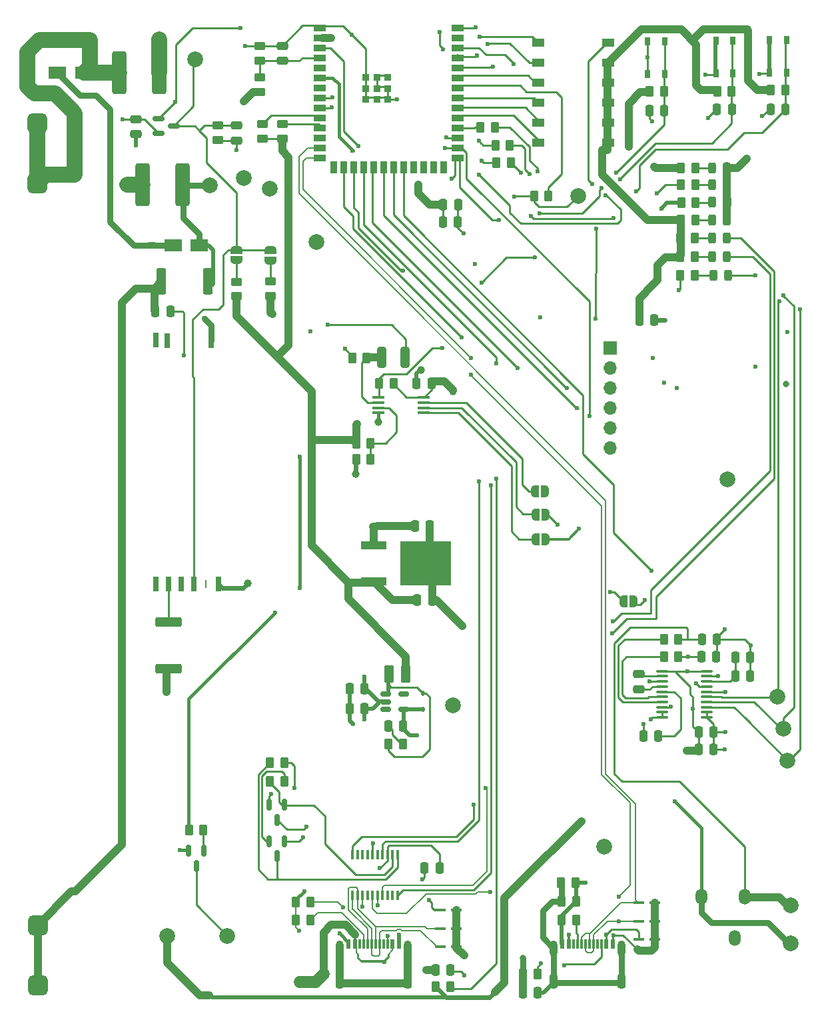
<source format=gbr>
%TF.GenerationSoftware,KiCad,Pcbnew,8.0.4*%
%TF.CreationDate,2025-02-20T16:09:48-05:00*%
%TF.ProjectId,Radiation2,52616469-6174-4696-9f6e-322e6b696361,rev?*%
%TF.SameCoordinates,Original*%
%TF.FileFunction,Copper,L1,Top*%
%TF.FilePolarity,Positive*%
%FSLAX46Y46*%
G04 Gerber Fmt 4.6, Leading zero omitted, Abs format (unit mm)*
G04 Created by KiCad (PCBNEW 8.0.4) date 2025-02-20 16:09:48*
%MOMM*%
%LPD*%
G01*
G04 APERTURE LIST*
G04 Aperture macros list*
%AMRoundRect*
0 Rectangle with rounded corners*
0 $1 Rounding radius*
0 $2 $3 $4 $5 $6 $7 $8 $9 X,Y pos of 4 corners*
0 Add a 4 corners polygon primitive as box body*
4,1,4,$2,$3,$4,$5,$6,$7,$8,$9,$2,$3,0*
0 Add four circle primitives for the rounded corners*
1,1,$1+$1,$2,$3*
1,1,$1+$1,$4,$5*
1,1,$1+$1,$6,$7*
1,1,$1+$1,$8,$9*
0 Add four rect primitives between the rounded corners*
20,1,$1+$1,$2,$3,$4,$5,0*
20,1,$1+$1,$4,$5,$6,$7,0*
20,1,$1+$1,$6,$7,$8,$9,0*
20,1,$1+$1,$8,$9,$2,$3,0*%
%AMFreePoly0*
4,1,19,0.500000,-0.750000,0.000000,-0.750000,0.000000,-0.744911,-0.071157,-0.744911,-0.207708,-0.704816,-0.327430,-0.627875,-0.420627,-0.520320,-0.479746,-0.390866,-0.500000,-0.250000,-0.500000,0.250000,-0.479746,0.390866,-0.420627,0.520320,-0.327430,0.627875,-0.207708,0.704816,-0.071157,0.744911,0.000000,0.744911,0.000000,0.750000,0.500000,0.750000,0.500000,-0.750000,0.500000,-0.750000,
$1*%
%AMFreePoly1*
4,1,19,0.000000,0.744911,0.071157,0.744911,0.207708,0.704816,0.327430,0.627875,0.420627,0.520320,0.479746,0.390866,0.500000,0.250000,0.500000,-0.250000,0.479746,-0.390866,0.420627,-0.520320,0.327430,-0.627875,0.207708,-0.704816,0.071157,-0.744911,0.000000,-0.744911,0.000000,-0.750000,-0.500000,-0.750000,-0.500000,0.750000,0.000000,0.750000,0.000000,0.744911,0.000000,0.744911,
$1*%
G04 Aperture macros list end*
%TA.AperFunction,SMDPad,CuDef*%
%ADD10R,1.358900X0.457200*%
%TD*%
%TA.AperFunction,SMDPad,CuDef*%
%ADD11R,1.500000X0.449999*%
%TD*%
%TA.AperFunction,SMDPad,CuDef*%
%ADD12R,3.302000X1.117600*%
%TD*%
%TA.AperFunction,SMDPad,CuDef*%
%ADD13R,6.400800X5.689600*%
%TD*%
%TA.AperFunction,ComponentPad*%
%ADD14RoundRect,0.635000X-0.635000X-0.635000X0.635000X-0.635000X0.635000X0.635000X-0.635000X0.635000X0*%
%TD*%
%TA.AperFunction,ComponentPad*%
%ADD15RoundRect,0.635000X0.635000X0.635000X-0.635000X0.635000X-0.635000X-0.635000X0.635000X-0.635000X0*%
%TD*%
%TA.AperFunction,SMDPad,CuDef*%
%ADD16RoundRect,0.250000X-0.312500X-1.075000X0.312500X-1.075000X0.312500X1.075000X-0.312500X1.075000X0*%
%TD*%
%TA.AperFunction,ComponentPad*%
%ADD17C,2.000000*%
%TD*%
%TA.AperFunction,SMDPad,CuDef*%
%ADD18RoundRect,0.250000X-0.262500X-0.450000X0.262500X-0.450000X0.262500X0.450000X-0.262500X0.450000X0*%
%TD*%
%TA.AperFunction,SMDPad,CuDef*%
%ADD19RoundRect,0.250000X0.262500X0.450000X-0.262500X0.450000X-0.262500X-0.450000X0.262500X-0.450000X0*%
%TD*%
%TA.AperFunction,SMDPad,CuDef*%
%ADD20RoundRect,0.250000X0.450000X-0.262500X0.450000X0.262500X-0.450000X0.262500X-0.450000X-0.262500X0*%
%TD*%
%TA.AperFunction,SMDPad,CuDef*%
%ADD21FreePoly0,180.000000*%
%TD*%
%TA.AperFunction,SMDPad,CuDef*%
%ADD22FreePoly1,180.000000*%
%TD*%
%TA.AperFunction,SMDPad,CuDef*%
%ADD23FreePoly0,0.000000*%
%TD*%
%TA.AperFunction,SMDPad,CuDef*%
%ADD24FreePoly1,0.000000*%
%TD*%
%TA.AperFunction,SMDPad,CuDef*%
%ADD25RoundRect,0.250000X-0.250000X-0.475000X0.250000X-0.475000X0.250000X0.475000X-0.250000X0.475000X0*%
%TD*%
%TA.AperFunction,SMDPad,CuDef*%
%ADD26RoundRect,0.250000X-0.475000X0.250000X-0.475000X-0.250000X0.475000X-0.250000X0.475000X0.250000X0*%
%TD*%
%TA.AperFunction,SMDPad,CuDef*%
%ADD27R,0.760000X1.910000*%
%TD*%
%TA.AperFunction,SMDPad,CuDef*%
%ADD28R,0.150000X1.000000*%
%TD*%
%TA.AperFunction,SMDPad,CuDef*%
%ADD29R,0.400000X1.200000*%
%TD*%
%TA.AperFunction,SMDPad,CuDef*%
%ADD30RoundRect,0.150000X-0.587500X-0.150000X0.587500X-0.150000X0.587500X0.150000X-0.587500X0.150000X0*%
%TD*%
%TA.AperFunction,SMDPad,CuDef*%
%ADD31RoundRect,0.150000X-0.150000X0.587500X-0.150000X-0.587500X0.150000X-0.587500X0.150000X0.587500X0*%
%TD*%
%TA.AperFunction,SMDPad,CuDef*%
%ADD32R,2.260000X1.510000*%
%TD*%
%TA.AperFunction,SMDPad,CuDef*%
%ADD33RoundRect,0.243750X0.243750X0.456250X-0.243750X0.456250X-0.243750X-0.456250X0.243750X-0.456250X0*%
%TD*%
%TA.AperFunction,SMDPad,CuDef*%
%ADD34FreePoly0,270.000000*%
%TD*%
%TA.AperFunction,SMDPad,CuDef*%
%ADD35FreePoly1,270.000000*%
%TD*%
%TA.AperFunction,SMDPad,CuDef*%
%ADD36RoundRect,0.250000X-0.650000X-2.450000X0.650000X-2.450000X0.650000X2.450000X-0.650000X2.450000X0*%
%TD*%
%TA.AperFunction,SMDPad,CuDef*%
%ADD37RoundRect,0.250000X-1.425000X0.362500X-1.425000X-0.362500X1.425000X-0.362500X1.425000X0.362500X0*%
%TD*%
%TA.AperFunction,SMDPad,CuDef*%
%ADD38RoundRect,0.250000X-0.450000X0.262500X-0.450000X-0.262500X0.450000X-0.262500X0.450000X0.262500X0*%
%TD*%
%TA.AperFunction,SMDPad,CuDef*%
%ADD39RoundRect,0.250000X0.375000X0.850000X-0.375000X0.850000X-0.375000X-0.850000X0.375000X-0.850000X0*%
%TD*%
%TA.AperFunction,ComponentPad*%
%ADD40O,1.498600X2.006600*%
%TD*%
%TA.AperFunction,SMDPad,CuDef*%
%ADD41RoundRect,0.250000X0.250000X0.475000X-0.250000X0.475000X-0.250000X-0.475000X0.250000X-0.475000X0*%
%TD*%
%TA.AperFunction,SMDPad,CuDef*%
%ADD42RoundRect,0.100000X-0.637500X-0.100000X0.637500X-0.100000X0.637500X0.100000X-0.637500X0.100000X0*%
%TD*%
%TA.AperFunction,SMDPad,CuDef*%
%ADD43R,0.600000X1.150000*%
%TD*%
%TA.AperFunction,SMDPad,CuDef*%
%ADD44R,0.300000X1.150000*%
%TD*%
%TA.AperFunction,ComponentPad*%
%ADD45O,1.000000X2.100000*%
%TD*%
%TA.AperFunction,ComponentPad*%
%ADD46RoundRect,0.250000X-0.250000X-0.650000X0.250000X-0.650000X0.250000X0.650000X-0.250000X0.650000X0*%
%TD*%
%TA.AperFunction,SMDPad,CuDef*%
%ADD47RoundRect,0.250000X-0.362500X-1.425000X0.362500X-1.425000X0.362500X1.425000X-0.362500X1.425000X0*%
%TD*%
%TA.AperFunction,SMDPad,CuDef*%
%ADD48R,0.650000X1.050000*%
%TD*%
%TA.AperFunction,SMDPad,CuDef*%
%ADD49RoundRect,0.150000X-0.512500X-0.150000X0.512500X-0.150000X0.512500X0.150000X-0.512500X0.150000X0*%
%TD*%
%TA.AperFunction,SMDPad,CuDef*%
%ADD50RoundRect,0.250000X0.475000X-0.250000X0.475000X0.250000X-0.475000X0.250000X-0.475000X-0.250000X0*%
%TD*%
%TA.AperFunction,SMDPad,CuDef*%
%ADD51R,1.500000X1.100000*%
%TD*%
%TA.AperFunction,ComponentPad*%
%ADD52R,1.700000X1.700000*%
%TD*%
%TA.AperFunction,ComponentPad*%
%ADD53O,1.700000X1.700000*%
%TD*%
%TA.AperFunction,SMDPad,CuDef*%
%ADD54R,1.500000X0.900000*%
%TD*%
%TA.AperFunction,SMDPad,CuDef*%
%ADD55R,0.900000X1.500000*%
%TD*%
%TA.AperFunction,SMDPad,CuDef*%
%ADD56R,0.900000X0.900000*%
%TD*%
%TA.AperFunction,SMDPad,CuDef*%
%ADD57RoundRect,0.112500X0.112500X-0.187500X0.112500X0.187500X-0.112500X0.187500X-0.112500X-0.187500X0*%
%TD*%
%TA.AperFunction,ViaPad*%
%ADD58C,1.000000*%
%TD*%
%TA.AperFunction,ViaPad*%
%ADD59C,0.600000*%
%TD*%
%TA.AperFunction,ViaPad*%
%ADD60C,0.800000*%
%TD*%
%TA.AperFunction,ViaPad*%
%ADD61C,0.889000*%
%TD*%
%TA.AperFunction,ViaPad*%
%ADD62C,1.500000*%
%TD*%
%TA.AperFunction,ViaPad*%
%ADD63C,0.762000*%
%TD*%
%TA.AperFunction,Conductor*%
%ADD64C,0.200000*%
%TD*%
%TA.AperFunction,Conductor*%
%ADD65C,0.254000*%
%TD*%
%TA.AperFunction,Conductor*%
%ADD66C,1.000000*%
%TD*%
%TA.AperFunction,Conductor*%
%ADD67C,0.500000*%
%TD*%
%TA.AperFunction,Conductor*%
%ADD68C,0.600000*%
%TD*%
%TA.AperFunction,Conductor*%
%ADD69C,2.000000*%
%TD*%
%TA.AperFunction,Conductor*%
%ADD70C,0.762000*%
%TD*%
%TA.AperFunction,Conductor*%
%ADD71C,0.400000*%
%TD*%
%TA.AperFunction,Conductor*%
%ADD72C,0.300000*%
%TD*%
%TA.AperFunction,Conductor*%
%ADD73C,0.508000*%
%TD*%
%TA.AperFunction,Conductor*%
%ADD74C,1.016000*%
%TD*%
%TA.AperFunction,Conductor*%
%ADD75C,0.800000*%
%TD*%
%TA.AperFunction,Conductor*%
%ADD76C,1.524000*%
%TD*%
G04 APERTURE END LIST*
D10*
%TO.P,D12,1,1*%
%TO.N,GND*%
X93922350Y-179600000D03*
%TO.P,D12,2,2*%
%TO.N,/MCU2/DP_P*%
X91877650Y-179600000D03*
%TD*%
%TO.P,D11,1,1*%
%TO.N,GND*%
X93922350Y-177300000D03*
%TO.P,D11,2,2*%
%TO.N,/MCU2/DP_N*%
X91877650Y-177300000D03*
%TD*%
%TO.P,D10,1,1*%
%TO.N,GND*%
X93922350Y-174900000D03*
%TO.P,D10,2,2*%
%TO.N,VBUS*%
X91877650Y-174900000D03*
%TD*%
%TO.P,D7,1,1*%
%TO.N,GND*%
X119122350Y-178600000D03*
%TO.P,D7,2,2*%
%TO.N,VBUS*%
X117077650Y-178600000D03*
%TD*%
%TO.P,D6,1,1*%
%TO.N,GND*%
X119122350Y-174000000D03*
%TO.P,D6,2,2*%
%TO.N,/USB_D-*%
X117077650Y-174000000D03*
%TD*%
%TO.P,D5,1,1*%
%TO.N,GND*%
X119122350Y-176300000D03*
%TO.P,D5,2,2*%
%TO.N,/USB_D+*%
X117077650Y-176300000D03*
%TD*%
D11*
%TO.P,U2,1,1OUT*%
%TO.N,/RAD_IN*%
X84000016Y-109825001D03*
%TO.P,U2,2,1IN-*%
%TO.N,Net-(U2A-1IN-)*%
X84000016Y-110474999D03*
%TO.P,U2,3,1IN+*%
%TO.N,Net-(U2A-1IN+)*%
X84000016Y-111125001D03*
%TO.P,U2,4,GND*%
%TO.N,GND*%
X84000016Y-111774999D03*
%TO.P,U2,5,2IN+*%
%TO.N,Net-(JP4-A)*%
X89799984Y-111774999D03*
%TO.P,U2,6,2IN-*%
%TO.N,Net-(JP5-A)*%
X89799984Y-111125001D03*
%TO.P,U2,7,2OUT*%
%TO.N,Net-(JP6-B)*%
X89799984Y-110474999D03*
%TO.P,U2,8,VCC*%
%TO.N,+3.3V*%
X89799984Y-109825001D03*
%TD*%
D12*
%TO.P,U1,1,IN*%
%TO.N,VBUS*%
X83446800Y-128614000D03*
D13*
%TO.P,U1,2,GND*%
%TO.N,GND*%
X90000000Y-130900000D03*
D12*
%TO.P,U1,3,OUT*%
%TO.N,+3.3V*%
X83446800Y-133186000D03*
%TD*%
D14*
%TO.P,F1,1,1*%
%TO.N,/Power2/ANODE*%
X40700000Y-184477500D03*
X40700000Y-176857500D03*
D15*
%TO.P,F1,2,2*%
%TO.N,/Power2/CATHODE*%
X40695000Y-82582500D03*
X40695000Y-74962500D03*
%TD*%
D16*
%TO.P,R38,2*%
%TO.N,Net-(C30-Pad2)*%
X87362500Y-104700000D03*
%TO.P,R38,1*%
%TO.N,Net-(U2A-1IN-)*%
X84437500Y-104700000D03*
%TD*%
D17*
%TO.P,VBUS1,1,1*%
%TO.N,VBUS*%
X76100000Y-90100000D03*
%TD*%
D18*
%TO.P,R41,2*%
%TO.N,Net-(U2A-1IN-)*%
X82512500Y-104800000D03*
%TO.P,R41,1*%
%TO.N,GND*%
X80687500Y-104800000D03*
%TD*%
%TO.P,R40,1*%
%TO.N,GND*%
X81187500Y-117700000D03*
%TO.P,R40,2*%
%TO.N,Net-(U2A-1IN+)*%
X83012500Y-117700000D03*
%TD*%
D19*
%TO.P,R39,1*%
%TO.N,Net-(U2A-1IN+)*%
X83025000Y-115600000D03*
%TO.P,R39,2*%
%TO.N,+3.3V*%
X81200000Y-115600000D03*
%TD*%
D20*
%TO.P,R37,1*%
%TO.N,GND*%
X63600000Y-77112500D03*
%TO.P,R37,2*%
%TO.N,Net-(JP1-A)*%
X63600000Y-75287500D03*
%TD*%
D21*
%TO.P,JP6,1,A*%
%TO.N,unconnected-(JP6-A-Pad1)*%
X105200000Y-121700000D03*
D22*
%TO.P,JP6,2,B*%
%TO.N,Net-(JP6-B)*%
X103900000Y-121700000D03*
%TD*%
D23*
%TO.P,JP5,1,A*%
%TO.N,Net-(JP5-A)*%
X103950000Y-124700000D03*
D24*
%TO.P,JP5,2,B*%
%TO.N,GND*%
X105250000Y-124700000D03*
%TD*%
D23*
%TO.P,JP4,1,A*%
%TO.N,Net-(JP4-A)*%
X103950000Y-127800000D03*
D24*
%TO.P,JP4,2,B*%
%TO.N,+3.3V*%
X105250000Y-127800000D03*
%TD*%
D25*
%TO.P,C30,1*%
%TO.N,/Power2/ANODE*%
X55650000Y-98900000D03*
%TO.P,C30,2*%
%TO.N,Net-(C30-Pad2)*%
X57550000Y-98900000D03*
%TD*%
%TO.P,C6,1*%
%TO.N,GND*%
X88850000Y-108000000D03*
%TO.P,C6,2*%
%TO.N,+3.3V*%
X90750000Y-108000000D03*
%TD*%
D26*
%TO.P,C5,1*%
%TO.N,Net-(JP1-A)*%
X66000000Y-75262500D03*
%TO.P,C5,2*%
%TO.N,GND*%
X66000000Y-77162500D03*
%TD*%
D18*
%TO.P,R4,1*%
%TO.N,/RAD_IN*%
X84087500Y-108000000D03*
%TO.P,R4,2*%
%TO.N,+3.3V*%
X85912500Y-108000000D03*
%TD*%
D19*
%TO.P,R29,1*%
%TO.N,/Audio2/OUTL*%
X122112500Y-142725000D03*
%TO.P,R29,2*%
%TO.N,Net-(U6-OUTL)*%
X120287500Y-142725000D03*
%TD*%
D17*
%TO.P,OUTL1,1,1*%
%TO.N,/Audio2/OUTL*%
X136400000Y-179100000D03*
%TD*%
D25*
%TO.P,C10,1*%
%TO.N,+3.3V*%
X92200000Y-87500000D03*
%TO.P,C10,2*%
%TO.N,GND*%
X94100000Y-87500000D03*
%TD*%
D27*
%TO.P,T1,1,1*%
%TO.N,unconnected-(T1-Pad1)*%
X55712500Y-133505000D03*
%TO.P,T1,2*%
%TO.N,Net-(R35-Pad1)*%
X57312500Y-133505000D03*
%TO.P,T1,3*%
%TO.N,unconnected-(T1-Pad3)*%
X58912500Y-133505000D03*
%TO.P,T1,4*%
%TO.N,Net-(JP1-A)*%
X60512500Y-133505000D03*
D28*
%TO.P,T1,5,5*%
%TO.N,unconnected-(T1-Pad5)*%
X62082500Y-133505000D03*
D27*
%TO.P,T1,6*%
%TO.N,Net-(D1-A)*%
X63712500Y-133505000D03*
%TO.P,T1,7*%
%TO.N,Net-(C1-Pad1)*%
X62742500Y-102575000D03*
%TO.P,T1,8,8*%
%TO.N,unconnected-(T1-Pad8)*%
X57142500Y-102575000D03*
%TO.P,T1,9,9*%
%TO.N,unconnected-(T1-Pad9)*%
X55712500Y-102535000D03*
%TD*%
D19*
%TO.P,R25,1*%
%TO.N,/I2S_BCK*%
X100812500Y-80000000D03*
%TO.P,R25,2*%
%TO.N,Net-(U4-IO35)*%
X98987500Y-80000000D03*
%TD*%
%TO.P,R32,1*%
%TO.N,/GPIO0*%
X135712500Y-70800000D03*
%TO.P,R32,2*%
%TO.N,+3.3V*%
X133887500Y-70800000D03*
%TD*%
D29*
%TO.P,U5,1,~{DTR}*%
%TO.N,Net-(Q2-S)*%
X86447500Y-167857500D03*
%TO.P,U5,2,~{RTS}*%
%TO.N,Net-(Q3-D)*%
X85812500Y-167857500D03*
%TO.P,U5,3,VCCIO*%
%TO.N,Net-(U5-3V3OUT)*%
X85177500Y-167857500D03*
%TO.P,U5,4,RXD*%
%TO.N,/MCU2/TX*%
X84542500Y-167857500D03*
%TO.P,U5,5,~{RI}*%
%TO.N,unconnected-(U5-~{RI}-Pad5)*%
X83907500Y-167857500D03*
%TO.P,U5,6,GND*%
%TO.N,GND*%
X83272500Y-167857500D03*
%TO.P,U5,7,~{DSR}*%
%TO.N,unconnected-(U5-~{DSR}-Pad7)*%
X82637500Y-167857500D03*
%TO.P,U5,8,~{DCD}*%
%TO.N,unconnected-(U5-~{DCD}-Pad8)*%
X82002500Y-167857500D03*
%TO.P,U5,9,~{CTS}*%
%TO.N,unconnected-(U5-~{CTS}-Pad9)*%
X81367500Y-167857500D03*
%TO.P,U5,10,CBUS2*%
%TO.N,/MCU2/TX_LED*%
X80732500Y-167857500D03*
%TO.P,U5,11,USBDP*%
%TO.N,/MCU2/DP_P*%
X80732500Y-173057500D03*
%TO.P,U5,12,USBDM*%
%TO.N,/MCU2/DP_N*%
X81367500Y-173057500D03*
%TO.P,U5,13,3V3OUT*%
%TO.N,Net-(U5-3V3OUT)*%
X82002500Y-173057500D03*
%TO.P,U5,14,~{RESET}*%
%TO.N,unconnected-(U5-~{RESET}-Pad14)*%
X82637500Y-173057500D03*
%TO.P,U5,15,VCC*%
%TO.N,+3.3V*%
X83272500Y-173057500D03*
%TO.P,U5,16,GND*%
%TO.N,GND*%
X83907500Y-173057500D03*
%TO.P,U5,17,CBUS1*%
%TO.N,/MCU2/RX_LED*%
X84542500Y-173057500D03*
%TO.P,U5,18,CBUS0*%
%TO.N,unconnected-(U5-CBUS0-Pad18)*%
X85177500Y-173057500D03*
%TO.P,U5,19,CBUS3*%
%TO.N,unconnected-(U5-CBUS3-Pad19)*%
X85812500Y-173057500D03*
%TO.P,U5,20,TXD*%
%TO.N,/MCU2/RX*%
X86447500Y-173057500D03*
%TD*%
D30*
%TO.P,Q1,1,G*%
%TO.N,Net-(Q1-G)*%
X56100000Y-74400000D03*
%TO.P,Q1,2,S*%
%TO.N,GND*%
X56100000Y-76300000D03*
%TO.P,Q1,3,D*%
%TO.N,Net-(JP1-A)*%
X57975000Y-75350000D03*
%TD*%
D17*
%TO.P,GND1,1,1*%
%TO.N,GND*%
X112700000Y-166900000D03*
%TD*%
D19*
%TO.P,R14,1*%
%TO.N,Net-(J1-CC2)*%
X104212500Y-183000000D03*
%TO.P,R14,2*%
%TO.N,GND*%
X102387500Y-183000000D03*
%TD*%
D31*
%TO.P,Q2,1,D*%
%TO.N,/GPIO0*%
X72050000Y-166162500D03*
%TO.P,Q2,2,G*%
%TO.N,Net-(Q2-G)*%
X70150000Y-166162500D03*
%TO.P,Q2,3,S*%
%TO.N,Net-(Q2-S)*%
X71100000Y-168037500D03*
%TD*%
D18*
%TO.P,R17,1*%
%TO.N,+3.3V*%
X122375000Y-91900000D03*
%TO.P,R17,2*%
%TO.N,Net-(D8-A)*%
X124200000Y-91900000D03*
%TD*%
D17*
%TO.P,5V1,1,1*%
%TO.N,+5V*%
X93500000Y-148900000D03*
%TD*%
D19*
%TO.P,R30,1*%
%TO.N,/Audio2/OUTR*%
X122112500Y-140525000D03*
%TO.P,R30,2*%
%TO.N,Net-(U6-OUTR)*%
X120287500Y-140525000D03*
%TD*%
%TO.P,R33,1*%
%TO.N,/EN*%
X128912500Y-70900000D03*
%TO.P,R33,2*%
%TO.N,+3.3V*%
X127087500Y-70900000D03*
%TD*%
D32*
%TO.P,D15,1,K*%
%TO.N,Net-(D1-A)*%
X43230000Y-68600000D03*
%TO.P,D15,2,A*%
%TO.N,/Power2/CATHODE*%
X46570000Y-68600000D03*
%TD*%
D25*
%TO.P,C2,1*%
%TO.N,VBUS*%
X88648100Y-126100000D03*
%TO.P,C2,2*%
%TO.N,GND*%
X90548100Y-126100000D03*
%TD*%
D19*
%TO.P,R21,1*%
%TO.N,Net-(J2-CC2)*%
X75335000Y-173900000D03*
%TO.P,R21,2*%
%TO.N,GND*%
X73510000Y-173900000D03*
%TD*%
D33*
%TO.P,D16,1,K*%
%TO.N,GND*%
X128337500Y-85000000D03*
%TO.P,D16,2,A*%
%TO.N,Net-(D16-A)*%
X126462500Y-85000000D03*
%TD*%
D19*
%TO.P,R26,1*%
%TO.N,/I2S_LRCK*%
X100712500Y-77800000D03*
%TO.P,R26,2*%
%TO.N,Net-(U4-IO36)*%
X98887500Y-77800000D03*
%TD*%
%TO.P,R18,1*%
%TO.N,Net-(J2-CC1)*%
X75335000Y-176200000D03*
%TO.P,R18,2*%
%TO.N,GND*%
X73510000Y-176200000D03*
%TD*%
D25*
%TO.P,C14,1*%
%TO.N,/Audio2/OUTR*%
X125112500Y-140525000D03*
%TO.P,C14,2*%
%TO.N,AGND*%
X127012500Y-140525000D03*
%TD*%
%TO.P,C7,1*%
%TO.N,+5V*%
X80350000Y-146790000D03*
%TO.P,C7,2*%
%TO.N,GND*%
X82250000Y-146790000D03*
%TD*%
%TO.P,C19,1*%
%TO.N,+3.3V*%
X124712500Y-154525000D03*
%TO.P,C19,2*%
%TO.N,AGND*%
X126612500Y-154525000D03*
%TD*%
D34*
%TO.P,JP2,1,A*%
%TO.N,Net-(JP1-A)*%
X66000000Y-91050000D03*
D35*
%TO.P,JP2,2,B*%
%TO.N,Net-(JP2-B)*%
X66000000Y-92350000D03*
%TD*%
D19*
%TO.P,R34,1*%
%TO.N,/GPIO46*%
X120312500Y-70971500D03*
%TO.P,R34,2*%
%TO.N,VBUS*%
X118487500Y-70971500D03*
%TD*%
D36*
%TO.P,C1,1*%
%TO.N,Net-(C1-Pad1)*%
X54050000Y-82800000D03*
%TO.P,C1,2*%
%TO.N,Net-(D1-K)*%
X59150000Y-82800000D03*
%TD*%
D19*
%TO.P,R6,1*%
%TO.N,Net-(D2-A)*%
X124300000Y-87300000D03*
%TO.P,R6,2*%
%TO.N,+3.3V*%
X122475000Y-87300000D03*
%TD*%
D17*
%TO.P,LRCK1,1,1*%
%TO.N,/I2S_LRCK*%
X134700000Y-147800000D03*
%TD*%
D25*
%TO.P,C22,1*%
%TO.N,GND*%
X127050000Y-73200000D03*
%TO.P,C22,2*%
%TO.N,/EN*%
X128950000Y-73200000D03*
%TD*%
%TO.P,C18,1*%
%TO.N,+3.3V*%
X124712500Y-152325000D03*
%TO.P,C18,2*%
%TO.N,AGND*%
X126612500Y-152325000D03*
%TD*%
D36*
%TO.P,C29,1*%
%TO.N,/Power2/CATHODE*%
X51050000Y-68600000D03*
%TO.P,C29,2*%
%TO.N,Net-(C1-Pad1)*%
X56150000Y-68600000D03*
%TD*%
D17*
%TO.P,DRAIN1,1,1*%
%TO.N,Net-(JP1-A)*%
X60700000Y-66900000D03*
%TD*%
D37*
%TO.P,R35,1*%
%TO.N,Net-(R35-Pad1)*%
X57300000Y-138337500D03*
%TO.P,R35,2*%
%TO.N,VBUS*%
X57300000Y-144262500D03*
%TD*%
D19*
%TO.P,R28,1*%
%TO.N,Net-(Q4-B)*%
X61762500Y-164737500D03*
%TO.P,R28,2*%
%TO.N,/BEEP*%
X59937500Y-164737500D03*
%TD*%
D38*
%TO.P,R11,1*%
%TO.N,/SCL*%
X69300000Y-75087500D03*
%TO.P,R11,2*%
%TO.N,+3.3V*%
X69300000Y-76912500D03*
%TD*%
D18*
%TO.P,R15,1*%
%TO.N,/MCU2/SHELL_GND*%
X107287500Y-173800000D03*
%TO.P,R15,2*%
%TO.N,GND*%
X109112500Y-173800000D03*
%TD*%
D39*
%TO.P,L1,1,1*%
%TO.N,+3.3V*%
X87500000Y-144900000D03*
%TO.P,L1,2,2*%
%TO.N,Net-(D3-A)*%
X85350000Y-144900000D03*
%TD*%
D40*
%TO.P,J3,1,1*%
%TO.N,AGND*%
X129300124Y-178500000D03*
%TO.P,J3,2,2*%
%TO.N,/Audio2/OUTL*%
X125049942Y-173199998D03*
%TO.P,J3,3,3*%
%TO.N,/Audio2/OUTR*%
X130549941Y-173199998D03*
%TD*%
D19*
%TO.P,R23,1*%
%TO.N,Net-(D13-A)*%
X124300000Y-80700000D03*
%TO.P,R23,2*%
%TO.N,VBUS*%
X122475000Y-80700000D03*
%TD*%
D25*
%TO.P,C25,1*%
%TO.N,GND*%
X89850000Y-169600000D03*
%TO.P,C25,2*%
%TO.N,Net-(U5-3V3OUT)*%
X91750000Y-169600000D03*
%TD*%
%TO.P,C9,1*%
%TO.N,+3.3V*%
X92250000Y-85300000D03*
%TO.P,C9,2*%
%TO.N,GND*%
X94150000Y-85300000D03*
%TD*%
D18*
%TO.P,R19,1*%
%TO.N,+3.3V*%
X122375000Y-89600000D03*
%TO.P,R19,2*%
%TO.N,Net-(D9-A)*%
X124200000Y-89600000D03*
%TD*%
D19*
%TO.P,R7,1*%
%TO.N,Net-(C4-Pad2)*%
X87112500Y-153800000D03*
%TO.P,R7,2*%
%TO.N,Net-(D3-A)*%
X85287500Y-153800000D03*
%TD*%
%TO.P,R27,1*%
%TO.N,/I2S_DOUT*%
X98812500Y-75500000D03*
%TO.P,R27,2*%
%TO.N,Net-(U4-IO37)*%
X96987500Y-75500000D03*
%TD*%
D41*
%TO.P,C26,1*%
%TO.N,Net-(U6-VNEG)*%
X119600000Y-152800000D03*
%TO.P,C26,2*%
%TO.N,AGND*%
X117700000Y-152800000D03*
%TD*%
D42*
%TO.P,U6,1,CPVDD*%
%TO.N,+3.3V*%
X120037500Y-144575000D03*
%TO.P,U6,2,CAPP*%
%TO.N,Net-(U6-CAPP)*%
X120037500Y-145225000D03*
%TO.P,U6,3,CPGND*%
%TO.N,AGND*%
X120037500Y-145875000D03*
%TO.P,U6,4,CAPM*%
%TO.N,Net-(U6-CAPM)*%
X120037500Y-146525000D03*
%TO.P,U6,5,VNEG*%
%TO.N,Net-(U6-VNEG)*%
X120037500Y-147175000D03*
%TO.P,U6,6,OUTL*%
%TO.N,Net-(U6-OUTL)*%
X120037500Y-147825000D03*
%TO.P,U6,7,OUTR*%
%TO.N,Net-(U6-OUTR)*%
X120037500Y-148475000D03*
%TO.P,U6,8,AVDD*%
%TO.N,+3.3V*%
X120037500Y-149125000D03*
%TO.P,U6,9,AGND*%
%TO.N,AGND*%
X120037500Y-149775000D03*
%TO.P,U6,10,DEMP*%
X120037500Y-150425000D03*
%TO.P,U6,11,FLT*%
X125762500Y-150425000D03*
%TO.P,U6,12,SCK*%
X125762500Y-149775000D03*
%TO.P,U6,13,BCK*%
%TO.N,/I2S_BCK*%
X125762500Y-149125000D03*
%TO.P,U6,14,DIN*%
%TO.N,/I2S_DOUT*%
X125762500Y-148475000D03*
%TO.P,U6,15,LRCK*%
%TO.N,/I2S_LRCK*%
X125762500Y-147825000D03*
%TO.P,U6,16,FMT*%
%TO.N,AGND*%
X125762500Y-147175000D03*
%TO.P,U6,17,XSMT*%
%TO.N,/MUTE*%
X125762500Y-146525000D03*
%TO.P,U6,18,LDOO*%
%TO.N,Net-(U6-LDOO)*%
X125762500Y-145875000D03*
%TO.P,U6,19,DGND*%
%TO.N,AGND*%
X125762500Y-145225000D03*
%TO.P,U6,20,DVDD*%
%TO.N,+3.3V*%
X125762500Y-144575000D03*
%TD*%
D33*
%TO.P,D2,1,K*%
%TO.N,GND*%
X128325000Y-87300000D03*
%TO.P,D2,2,A*%
%TO.N,Net-(D2-A)*%
X126450000Y-87300000D03*
%TD*%
D17*
%TO.P,OUTR1,1,1*%
%TO.N,/Audio2/OUTR*%
X136400000Y-174300000D03*
%TD*%
D18*
%TO.P,R22,1*%
%TO.N,+3.3V*%
X91287500Y-184600000D03*
%TO.P,R22,2*%
%TO.N,/CS*%
X93112500Y-184600000D03*
%TD*%
D38*
%TO.P,R13,1*%
%TO.N,GND*%
X68900000Y-65187500D03*
%TO.P,R13,2*%
%TO.N,Net-(U4-IO4{slash}ADC1_CH3)*%
X68900000Y-67012500D03*
%TD*%
D17*
%TO.P,HIV-1,1,1*%
%TO.N,/Power2/CATHODE*%
X66900000Y-81900000D03*
%TD*%
D26*
%TO.P,C13,1*%
%TO.N,Net-(U6-CAPP)*%
X117100000Y-144950000D03*
%TO.P,C13,2*%
%TO.N,Net-(U6-CAPM)*%
X117100000Y-146850000D03*
%TD*%
D17*
%TO.P,DOUT1,1,1*%
%TO.N,/I2S_DOUT*%
X135500000Y-151900000D03*
%TD*%
D19*
%TO.P,R12,1*%
%TO.N,Net-(J1-CC1)*%
X109112500Y-176200000D03*
%TO.P,R12,2*%
%TO.N,GND*%
X107287500Y-176200000D03*
%TD*%
D43*
%TO.P,J2,A1_B12,GND*%
%TO.N,GND*%
X80222500Y-179245000D03*
%TO.P,J2,A4_B9,VBUS*%
%TO.N,VBUS*%
X81022500Y-179245000D03*
D44*
%TO.P,J2,A5,CC1*%
%TO.N,Net-(J2-CC1)*%
X82172500Y-179245000D03*
%TO.P,J2,A6,DP+*%
%TO.N,/MCU2/DP_P*%
X83172500Y-179245000D03*
%TO.P,J2,A7,DN-*%
%TO.N,/MCU2/DP_N*%
X83672500Y-179245000D03*
%TO.P,J2,A8,SBU1*%
%TO.N,unconnected-(J2-SBU1-PadA8)*%
X84672500Y-179245000D03*
D43*
%TO.P,J2,B1_A12,GND*%
%TO.N,GND*%
X86622500Y-179245000D03*
%TO.P,J2,B4_A9,VBUS*%
%TO.N,VBUS*%
X85822500Y-179245000D03*
D44*
%TO.P,J2,B5,CC2*%
%TO.N,Net-(J2-CC2)*%
X85172500Y-179245000D03*
%TO.P,J2,B6,DP2+*%
%TO.N,/MCU2/DP_P*%
X84172500Y-179245000D03*
%TO.P,J2,B7,DN2-*%
%TO.N,/MCU2/DP_N*%
X82672500Y-179245000D03*
%TO.P,J2,B8,SBU2*%
%TO.N,unconnected-(J2-SBU2-PadB8)*%
X81672500Y-179245000D03*
D45*
%TO.P,J2,SH1,SHELL_GND*%
%TO.N,/MCU2/SHELL_GND*%
X79102500Y-179820000D03*
%TO.P,J2,SH2,SHELL_GND*%
X87742500Y-179820000D03*
D46*
%TO.P,J2,SH3,SHELL_GND*%
X79102500Y-184000000D03*
%TO.P,J2,SH4,SHELL_GND*%
X87742500Y-184000000D03*
%TD*%
D32*
%TO.P,D1,1,K*%
%TO.N,Net-(D1-K)*%
X61232500Y-90500000D03*
%TO.P,D1,2,A*%
%TO.N,Net-(D1-A)*%
X57892500Y-90500000D03*
%TD*%
D23*
%TO.P,JP3,1,A*%
%TO.N,GND*%
X115150000Y-135700000D03*
D24*
%TO.P,JP3,2,B*%
%TO.N,AGND*%
X116450000Y-135700000D03*
%TD*%
D18*
%TO.P,R5,1*%
%TO.N,Net-(Q1-G)*%
X103775000Y-84200000D03*
%TO.P,R5,2*%
%TO.N,/PWM*%
X105600000Y-84200000D03*
%TD*%
D19*
%TO.P,R20,1*%
%TO.N,Net-(Q3-G)*%
X72037500Y-156200000D03*
%TO.P,R20,2*%
%TO.N,Net-(Q2-S)*%
X70212500Y-156200000D03*
%TD*%
D47*
%TO.P,R3,1*%
%TO.N,/Power2/ANODE*%
X56437500Y-95100000D03*
%TO.P,R3,2*%
%TO.N,Net-(D1-K)*%
X62362500Y-95100000D03*
%TD*%
D48*
%TO.P,S1,1*%
%TO.N,/GPIO0*%
X135875000Y-64425000D03*
%TO.P,S1,2*%
X135875000Y-68575000D03*
%TO.P,S1,3*%
%TO.N,GND*%
X133725000Y-64425000D03*
%TO.P,S1,4*%
X133725000Y-68575000D03*
%TD*%
D19*
%TO.P,R36,1*%
%TO.N,Net-(D16-A)*%
X124325000Y-85100000D03*
%TO.P,R36,2*%
%TO.N,+5V*%
X122500000Y-85100000D03*
%TD*%
D25*
%TO.P,C15,1*%
%TO.N,/Audio2/OUTL*%
X125062500Y-142725000D03*
%TO.P,C15,2*%
%TO.N,AGND*%
X126962500Y-142725000D03*
%TD*%
%TO.P,C21,1*%
%TO.N,+3.3V*%
X117150000Y-100000000D03*
%TO.P,C21,2*%
%TO.N,GND*%
X119050000Y-100000000D03*
%TD*%
D48*
%TO.P,S3,1*%
%TO.N,/GPIO46*%
X120375000Y-64596500D03*
%TO.P,S3,2*%
X120375000Y-68746500D03*
%TO.P,S3,3*%
%TO.N,GND*%
X118225000Y-64596500D03*
%TO.P,S3,4*%
X118225000Y-68746500D03*
%TD*%
D25*
%TO.P,C17,1*%
%TO.N,Net-(U6-LDOO)*%
X129350000Y-145200000D03*
%TO.P,C17,2*%
%TO.N,AGND*%
X131250000Y-145200000D03*
%TD*%
D19*
%TO.P,R24,1*%
%TO.N,Net-(D14-A)*%
X124300000Y-82800000D03*
%TO.P,R24,2*%
%TO.N,/BAT_SENSE*%
X122475000Y-82800000D03*
%TD*%
D48*
%TO.P,S2,1*%
%TO.N,/EN*%
X129075000Y-64525000D03*
%TO.P,S2,2*%
X129075000Y-68675000D03*
%TO.P,S2,3*%
%TO.N,GND*%
X126925000Y-64525000D03*
%TO.P,S2,4*%
X126925000Y-68675000D03*
%TD*%
D49*
%TO.P,U3,1,SW*%
%TO.N,Net-(D3-A)*%
X84925000Y-147500000D03*
%TO.P,U3,2,GND*%
%TO.N,GND*%
X84925000Y-148450000D03*
%TO.P,U3,3,NC*%
%TO.N,unconnected-(U3-NC-Pad3)*%
X84925000Y-149400000D03*
%TO.P,U3,4,VOUT*%
%TO.N,+5V*%
X87200000Y-149400000D03*
%TO.P,U3,5,NC*%
%TO.N,unconnected-(U3-NC-Pad5)*%
X87200000Y-147500000D03*
%TD*%
D25*
%TO.P,C23,1*%
%TO.N,GND*%
X118450000Y-73400000D03*
%TO.P,C23,2*%
%TO.N,/GPIO46*%
X120350000Y-73400000D03*
%TD*%
D38*
%TO.P,R10,1*%
%TO.N,/SDA*%
X71800000Y-75100000D03*
%TO.P,R10,2*%
%TO.N,+3.3V*%
X71800000Y-76925000D03*
%TD*%
D17*
%TO.P,BCK1,1,1*%
%TO.N,/I2S_BCK*%
X136000000Y-155900000D03*
%TD*%
D34*
%TO.P,JP1,1,A*%
%TO.N,Net-(JP1-A)*%
X70300000Y-91100000D03*
D35*
%TO.P,JP1,2,B*%
%TO.N,Net-(JP1-B)*%
X70300000Y-92400000D03*
%TD*%
D25*
%TO.P,C8,1*%
%TO.N,+5V*%
X80350000Y-149300000D03*
%TO.P,C8,2*%
%TO.N,GND*%
X82250000Y-149300000D03*
%TD*%
D17*
%TO.P,STG1,1,1*%
%TO.N,Net-(D1-A)*%
X70200000Y-83300000D03*
%TD*%
D33*
%TO.P,D14,1,K*%
%TO.N,GND*%
X128325000Y-82800000D03*
%TO.P,D14,2,A*%
%TO.N,Net-(D14-A)*%
X126450000Y-82800000D03*
%TD*%
%TO.P,D9,1,K*%
%TO.N,/MCU2/TX_LED*%
X128325000Y-89600000D03*
%TO.P,D9,2,A*%
%TO.N,Net-(D9-A)*%
X126450000Y-89600000D03*
%TD*%
D50*
%TO.P,C28,1*%
%TO.N,Net-(Q1-G)*%
X53200000Y-76350000D03*
%TO.P,C28,2*%
%TO.N,GND*%
X53200000Y-74450000D03*
%TD*%
D25*
%TO.P,C3,1*%
%TO.N,+3.3V*%
X88948100Y-135500000D03*
%TO.P,C3,2*%
%TO.N,GND*%
X90848100Y-135500000D03*
%TD*%
D43*
%TO.P,J1,A1_B12,GND*%
%TO.N,GND*%
X107400000Y-179245000D03*
%TO.P,J1,A4_B9,VBUS*%
%TO.N,VBUS*%
X108200000Y-179245000D03*
D44*
%TO.P,J1,A5,CC1*%
%TO.N,Net-(J1-CC1)*%
X109350000Y-179245000D03*
%TO.P,J1,A6,DP+*%
%TO.N,/USB_D+*%
X110350000Y-179245000D03*
%TO.P,J1,A7,DN-*%
%TO.N,/USB_D-*%
X110850000Y-179245000D03*
%TO.P,J1,A8,SBU1*%
%TO.N,unconnected-(J1-SBU1-PadA8)*%
X111850000Y-179245000D03*
D43*
%TO.P,J1,B1_A12,GND*%
%TO.N,GND*%
X113800000Y-179245000D03*
%TO.P,J1,B4_A9,VBUS*%
%TO.N,VBUS*%
X113000000Y-179245000D03*
D44*
%TO.P,J1,B5,CC2*%
%TO.N,Net-(J1-CC2)*%
X112350000Y-179245000D03*
%TO.P,J1,B6,DP2+*%
%TO.N,/USB_D+*%
X111350000Y-179245000D03*
%TO.P,J1,B7,DN2-*%
%TO.N,/USB_D-*%
X109850000Y-179245000D03*
%TO.P,J1,B8,SBU2*%
%TO.N,unconnected-(J1-SBU2-PadB8)*%
X108850000Y-179245000D03*
D45*
%TO.P,J1,SH1,SHELL_GND*%
%TO.N,/MCU2/SHELL_GND*%
X106280000Y-179820000D03*
%TO.P,J1,SH2,SHELL_GND*%
X114920000Y-179820000D03*
D46*
%TO.P,J1,SH3,SHELL_GND*%
X106280000Y-184000000D03*
%TO.P,J1,SH4,SHELL_GND*%
X114920000Y-184000000D03*
%TD*%
D17*
%TO.P,PWM1,1,1*%
%TO.N,Net-(Q1-G)*%
X109400000Y-84200000D03*
%TD*%
%TO.P,GND2,1,1*%
%TO.N,GND*%
X128400000Y-120200000D03*
%TD*%
D31*
%TO.P,Q3,1,D*%
%TO.N,Net-(Q3-D)*%
X72050000Y-161562500D03*
%TO.P,Q3,2,G*%
%TO.N,Net-(Q3-G)*%
X70150000Y-161562500D03*
%TO.P,Q3,3,S*%
%TO.N,/EN*%
X71100000Y-163437500D03*
%TD*%
D51*
%TO.P,S4,1A*%
%TO.N,+3.3V*%
X113250000Y-77450000D03*
%TO.P,S4,1B*%
%TO.N,/GPIO38*%
X104350000Y-77450000D03*
%TO.P,S4,2A*%
%TO.N,+3.3V*%
X113250000Y-74910000D03*
%TO.P,S4,2B*%
%TO.N,/GPIO39*%
X104350000Y-74910000D03*
%TO.P,S4,3A*%
%TO.N,+3.3V*%
X113250000Y-72370000D03*
%TO.P,S4,3B*%
%TO.N,/GPIO40*%
X104350000Y-72370000D03*
%TO.P,S4,4A*%
%TO.N,+3.3V*%
X113250000Y-69830000D03*
%TO.P,S4,4B*%
%TO.N,/GPIO42*%
X104350000Y-69830000D03*
%TO.P,S4,5A*%
%TO.N,+3.3V*%
X113250000Y-67290000D03*
%TO.P,S4,5B*%
%TO.N,/GPIO16*%
X104350000Y-67290000D03*
%TO.P,S4,6A*%
%TO.N,/RAD_IN*%
X113250000Y-64750000D03*
%TO.P,S4,6B*%
%TO.N,/RAD_IN2*%
X104350000Y-64750000D03*
%TD*%
D25*
%TO.P,C16,1*%
%TO.N,Net-(U6-LDOO)*%
X129350000Y-142800000D03*
%TO.P,C16,2*%
%TO.N,AGND*%
X131250000Y-142800000D03*
%TD*%
D18*
%TO.P,R31,1*%
%TO.N,/MCU2/SHELL_GND*%
X107200000Y-171400000D03*
%TO.P,R31,2*%
%TO.N,GND*%
X109025000Y-171400000D03*
%TD*%
D38*
%TO.P,R9,1*%
%TO.N,Net-(U4-IO4{slash}ADC1_CH3)*%
X68900000Y-69187500D03*
%TO.P,R9,2*%
%TO.N,VBUS*%
X68900000Y-71012500D03*
%TD*%
D19*
%TO.P,R8,1*%
%TO.N,Net-(D4-A)*%
X124212500Y-94300000D03*
%TO.P,R8,2*%
%TO.N,/BLINK*%
X122387500Y-94300000D03*
%TD*%
D50*
%TO.P,C24,1*%
%TO.N,Net-(U4-IO4{slash}ADC1_CH3)*%
X71800000Y-67050000D03*
%TO.P,C24,2*%
%TO.N,GND*%
X71800000Y-65150000D03*
%TD*%
D33*
%TO.P,D13,1,K*%
%TO.N,GND*%
X128325000Y-80700000D03*
%TO.P,D13,2,A*%
%TO.N,Net-(D13-A)*%
X126450000Y-80700000D03*
%TD*%
%TO.P,D4,1,K*%
%TO.N,GND*%
X128437500Y-94300000D03*
%TO.P,D4,2,A*%
%TO.N,Net-(D4-A)*%
X126562500Y-94300000D03*
%TD*%
D31*
%TO.P,Q4,1,B*%
%TO.N,Net-(Q4-B)*%
X61800000Y-167400000D03*
%TO.P,Q4,2,E*%
%TO.N,GND*%
X59900000Y-167400000D03*
%TO.P,Q4,3,C*%
%TO.N,Net-(Q4-C)*%
X60850000Y-169275000D03*
%TD*%
D52*
%TO.P,J5,1,Pin_1*%
%TO.N,/CS*%
X113500000Y-103560000D03*
D53*
%TO.P,J5,2,Pin_2*%
%TO.N,/MOSI*%
X113500000Y-106100000D03*
%TO.P,J5,3,Pin_3*%
%TO.N,/MISO*%
X113500000Y-108640000D03*
%TO.P,J5,4,Pin_4*%
%TO.N,/SCK*%
X113500000Y-111180000D03*
%TO.P,J5,5,Pin_5*%
%TO.N,+3.3V*%
X113500000Y-113720000D03*
%TO.P,J5,6,Pin_6*%
%TO.N,GND*%
X113500000Y-116260000D03*
%TD*%
D38*
%TO.P,R2,1*%
%TO.N,Net-(JP2-B)*%
X66000000Y-95137500D03*
%TO.P,R2,2*%
%TO.N,+3.3V*%
X66000000Y-96962500D03*
%TD*%
D33*
%TO.P,D8,1,K*%
%TO.N,/MCU2/RX_LED*%
X128325000Y-91900000D03*
%TO.P,D8,2,A*%
%TO.N,Net-(D8-A)*%
X126450000Y-91900000D03*
%TD*%
D54*
%TO.P,U4,1,GND_1*%
%TO.N,GND*%
X76550000Y-62850000D03*
%TO.P,U4,2,3V3*%
%TO.N,+3.3V*%
X76550000Y-64120000D03*
%TO.P,U4,3,EN*%
%TO.N,/EN*%
X76550000Y-65390000D03*
%TO.P,U4,4,IO4/ADC1_CH3*%
%TO.N,Net-(U4-IO4{slash}ADC1_CH3)*%
X76550000Y-66660000D03*
%TO.P,U4,5,IO5/ADC1_CH4*%
%TO.N,unconnected-(U4-IO5{slash}ADC1_CH4-Pad5)*%
X76550000Y-67930000D03*
%TO.P,U4,6,IO6*%
%TO.N,/BEEP*%
X76550000Y-69200000D03*
%TO.P,U4,7,IO7*%
%TO.N,unconnected-(U4-IO7-Pad7)*%
X76550000Y-70470000D03*
%TO.P,U4,8,IO15*%
%TO.N,/RAD_IN2*%
X76550000Y-71740000D03*
%TO.P,U4,9,IO16*%
%TO.N,/GPIO16*%
X76550000Y-73010000D03*
%TO.P,U4,10,IO17*%
%TO.N,/SCL*%
X76550000Y-74280000D03*
%TO.P,U4,11,IO18*%
%TO.N,/SDA*%
X76550000Y-75550000D03*
%TO.P,U4,12,IO8*%
%TO.N,unconnected-(U4-IO8-Pad12)*%
X76550000Y-76820000D03*
%TO.P,U4,13,IO19*%
%TO.N,/USB_D-*%
X76550000Y-78090000D03*
%TO.P,U4,14,IO20*%
%TO.N,/USB_D+*%
X76550000Y-79360000D03*
D55*
%TO.P,U4,15,IO3*%
%TO.N,unconnected-(U4-IO3-Pad15)*%
X78315000Y-80610000D03*
%TO.P,U4,16,IO46*%
%TO.N,/GPIO46*%
X79585000Y-80610000D03*
%TO.P,U4,17,IO9*%
%TO.N,/BAT_SENSE*%
X80855000Y-80610000D03*
%TO.P,U4,18,IO10/CS*%
%TO.N,/CS*%
X82125000Y-80610000D03*
%TO.P,U4,19,IO11/MOSI*%
%TO.N,/MOSI*%
X83395000Y-80610000D03*
%TO.P,U4,20,IO12/CLK*%
%TO.N,/SCK*%
X84665000Y-80610000D03*
%TO.P,U4,21,IO13/MISO*%
%TO.N,/MISO*%
X85935000Y-80610000D03*
%TO.P,U4,22,IO14*%
%TO.N,/MUTE*%
X87205000Y-80610000D03*
%TO.P,U4,23,IO21*%
%TO.N,unconnected-(U4-IO21-Pad23)*%
X88475000Y-80610000D03*
%TO.P,U4,24,IO47*%
%TO.N,unconnected-(U4-IO47-Pad24)*%
X89745000Y-80610000D03*
%TO.P,U4,25,IO48*%
%TO.N,unconnected-(U4-IO48-Pad25)*%
X91015000Y-80610000D03*
%TO.P,U4,26,IO45*%
%TO.N,unconnected-(U4-IO45-Pad26)*%
X92285000Y-80610000D03*
D54*
%TO.P,U4,27,IO0*%
%TO.N,/GPIO0*%
X94050000Y-79360000D03*
%TO.P,U4,28,IO35*%
%TO.N,Net-(U4-IO35)*%
X94050000Y-78090000D03*
%TO.P,U4,29,IO36*%
%TO.N,Net-(U4-IO36)*%
X94050000Y-76820000D03*
%TO.P,U4,30,IO37*%
%TO.N,Net-(U4-IO37)*%
X94050000Y-75550000D03*
%TO.P,U4,31,IO38*%
%TO.N,/GPIO38*%
X94050000Y-74280000D03*
%TO.P,U4,32,IO39*%
%TO.N,/GPIO39*%
X94050000Y-73010000D03*
%TO.P,U4,33,IO40*%
%TO.N,/GPIO40*%
X94050000Y-71740000D03*
%TO.P,U4,34,IO41*%
%TO.N,/PWM*%
X94050000Y-70470000D03*
%TO.P,U4,35,IO42*%
%TO.N,/GPIO42*%
X94050000Y-69200000D03*
%TO.P,U4,36,RXD0*%
%TO.N,/MCU2/RX*%
X94050000Y-67930000D03*
%TO.P,U4,37,TXD0*%
%TO.N,/MCU2/TX*%
X94050000Y-66660000D03*
%TO.P,U4,38,IO2*%
%TO.N,/BLINK*%
X94050000Y-65390000D03*
%TO.P,U4,39,IO1*%
%TO.N,unconnected-(U4-IO1-Pad39)*%
X94050000Y-64120000D03*
%TO.P,U4,40,GND_2*%
%TO.N,GND*%
X94050000Y-62850000D03*
D56*
%TO.P,U4,41,GND_3*%
X83800000Y-70570000D03*
%TO.P,U4,42,GND_4*%
X83800000Y-69170000D03*
%TO.P,U4,43,GND_5*%
X82400000Y-69170000D03*
%TO.P,U4,44,GND_6*%
X82400000Y-70570000D03*
%TO.P,U4,45,GND_7*%
X82400000Y-71970000D03*
%TO.P,U4,46,GND_8*%
X83800000Y-71970000D03*
%TO.P,U4,47,GND_9*%
X85200000Y-71970000D03*
%TO.P,U4,48,GND_10*%
X85200000Y-70570000D03*
%TO.P,U4,49,GND_11*%
X85200000Y-69170000D03*
%TD*%
D17*
%TO.P,HIV+1,1,1*%
%TO.N,Net-(D1-K)*%
X62600000Y-82900000D03*
%TD*%
D38*
%TO.P,R1,1*%
%TO.N,Net-(JP1-B)*%
X70300000Y-95075000D03*
%TO.P,R1,2*%
%TO.N,VBUS*%
X70300000Y-96900000D03*
%TD*%
D17*
%TO.P,LS1,N*%
%TO.N,Net-(Q4-C)*%
X64800000Y-178200000D03*
%TO.P,LS1,P*%
%TO.N,+3.3V*%
X57200000Y-178200000D03*
%TD*%
D19*
%TO.P,R16,1*%
%TO.N,Net-(Q2-G)*%
X72037500Y-158600000D03*
%TO.P,R16,2*%
%TO.N,Net-(Q3-D)*%
X70212500Y-158600000D03*
%TD*%
D25*
%TO.P,C20,1*%
%TO.N,GND*%
X133850000Y-73200000D03*
%TO.P,C20,2*%
%TO.N,/GPIO0*%
X135750000Y-73200000D03*
%TD*%
%TO.P,C12,1*%
%TO.N,GND*%
X91250000Y-182500000D03*
%TO.P,C12,2*%
%TO.N,/MCU2/SHELL_GND*%
X93150000Y-182500000D03*
%TD*%
D41*
%TO.P,C4,1*%
%TO.N,+5V*%
X87150000Y-151500000D03*
%TO.P,C4,2*%
%TO.N,Net-(C4-Pad2)*%
X85250000Y-151500000D03*
%TD*%
D25*
%TO.P,C11,1*%
%TO.N,GND*%
X102362500Y-185400000D03*
%TO.P,C11,2*%
%TO.N,/MCU2/SHELL_GND*%
X104262500Y-185400000D03*
%TD*%
D57*
%TO.P,D3,1,K*%
%TO.N,+5V*%
X89700000Y-149450000D03*
%TO.P,D3,2,A*%
%TO.N,Net-(D3-A)*%
X89700000Y-147350000D03*
%TD*%
D58*
%TO.N,+3.3V*%
X80200000Y-135400000D03*
X85800000Y-135500000D03*
%TO.N,VBUS*%
X66900000Y-72200000D03*
D59*
%TO.N,+3.3V*%
X98200000Y-172600000D03*
%TO.N,GND*%
X51500000Y-74500000D03*
X131900000Y-94300000D03*
%TO.N,Net-(Q1-G)*%
X58200000Y-72300000D03*
D60*
%TO.N,VBUS*%
X73900000Y-183900000D03*
D59*
%TO.N,/RAD_IN*%
X104600000Y-99600000D03*
X111600000Y-99800000D03*
X92100000Y-103500000D03*
X111700000Y-88400000D03*
X111200000Y-82700000D03*
%TO.N,/GPIO16*%
X78100000Y-73000000D03*
%TO.N,GND*%
X66000000Y-78400000D03*
D58*
%TO.N,+3.3V*%
X81300000Y-113200000D03*
X93500000Y-109000000D03*
D59*
%TO.N,Net-(C30-Pad2)*%
X77600000Y-100600000D03*
X59300000Y-104500000D03*
D58*
%TO.N,VBUS*%
X57100000Y-147200000D03*
D59*
%TO.N,GND*%
X106800000Y-126000000D03*
%TO.N,+3.3V*%
X109500000Y-126500000D03*
%TO.N,GND*%
X79750000Y-103650000D03*
D58*
X81100000Y-119500000D03*
X89400000Y-106300000D03*
X84000000Y-112900000D03*
%TO.N,VBUS*%
X70500000Y-99200000D03*
D59*
%TO.N,GND*%
X125600000Y-68800000D03*
D58*
X130800000Y-79500000D03*
D59*
X79100000Y-177900000D03*
X82250000Y-145250000D03*
D60*
X90000000Y-182500000D03*
D59*
X89600000Y-171000000D03*
X80600000Y-63700000D03*
D60*
X94900000Y-180700000D03*
D59*
X113900000Y-178100000D03*
X96400000Y-62800000D03*
X74600000Y-172500000D03*
X136028401Y-101500000D03*
X86622500Y-178000000D03*
%TO.N,Net-(Q1-G)*%
X53200000Y-77800000D03*
%TO.N,GND*%
X58800000Y-167300000D03*
X132800000Y-74100000D03*
X83922500Y-174300000D03*
D58*
X94698100Y-138800000D03*
D59*
X120400000Y-100000000D03*
X118200000Y-66600000D03*
X110300000Y-171400000D03*
X131928401Y-105900000D03*
X73922500Y-177500000D03*
X118800000Y-74700000D03*
X94850000Y-89000000D03*
D60*
X102400000Y-181000000D03*
D59*
X82250000Y-150650000D03*
X67100000Y-65200000D03*
X132400000Y-68700000D03*
X86400000Y-71970000D03*
X83300000Y-166400000D03*
X113500000Y-134500000D03*
X125900000Y-74300000D03*
%TO.N,+5V*%
X80800000Y-151300000D03*
X120000000Y-85800000D03*
X88900000Y-152700000D03*
%TO.N,/MCU2/SHELL_GND*%
X94900000Y-183200000D03*
%TO.N,/Audio2/OUTL*%
X121700000Y-161100000D03*
X123400000Y-142725000D03*
D61*
%TO.N,Net-(D1-A)*%
X55200000Y-90500000D03*
D58*
X67400000Y-133400000D03*
D59*
%TO.N,/MCU2/RX_LED*%
X113800000Y-138200000D03*
X97600000Y-159400000D03*
%TO.N,Net-(Q1-G)*%
X66500000Y-62900000D03*
X101300000Y-84300000D03*
X91800000Y-63400000D03*
X92200000Y-65600000D03*
%TO.N,/MOSI*%
X120300000Y-107900000D03*
X101700000Y-106100000D03*
%TO.N,/I2S_LRCK*%
X103200000Y-81400000D03*
X135000000Y-97600000D03*
%TO.N,/I2S_DOUT*%
X135500000Y-96800000D03*
X104200000Y-81100000D03*
%TO.N,/I2S_BCK*%
X102100000Y-81300000D03*
X137600000Y-98600000D03*
%TO.N,/MUTE*%
X118700000Y-131800000D03*
X124400000Y-146100000D03*
%TO.N,/MCU2/TX_LED*%
X113700000Y-139800000D03*
X96100000Y-161500000D03*
%TO.N,/MISO*%
X108000000Y-108600000D03*
%TO.N,/CS*%
X118900000Y-104800000D03*
X121900000Y-108600000D03*
X99000000Y-105500000D03*
X99000000Y-120100000D03*
%TO.N,Net-(Q3-G)*%
X73300000Y-159400000D03*
X70400000Y-160200000D03*
%TO.N,/EN*%
X114700000Y-82100000D03*
X81500000Y-77900000D03*
X96800000Y-81500000D03*
X74900000Y-164300000D03*
X112900000Y-84100000D03*
%TO.N,/GPIO16*%
X97900000Y-64900000D03*
%TO.N,/RAD_IN2*%
X78200000Y-71700000D03*
X96900000Y-64000000D03*
%TO.N,/BEEP*%
X75350000Y-101450000D03*
X80700000Y-78500000D03*
X74000000Y-117300000D03*
X74000000Y-134000000D03*
X70900000Y-137100000D03*
%TO.N,/SCK*%
X109200000Y-111180000D03*
%TO.N,Net-(J1-CC2)*%
X104700000Y-181700000D03*
X107600000Y-181900000D03*
%TO.N,Net-(J2-CC2)*%
X85222500Y-178200000D03*
X79522500Y-174600000D03*
%TO.N,Net-(U4-IO35)*%
X97100000Y-79700000D03*
X110850000Y-112150000D03*
X92500000Y-78100000D03*
%TO.N,Net-(U4-IO36)*%
X92600000Y-76800000D03*
X96800000Y-77200000D03*
D58*
%TO.N,+3.3V*%
X109800000Y-163600000D03*
D59*
X123300000Y-144600000D03*
D58*
X123200000Y-154700000D03*
X89100000Y-82800000D03*
X71800000Y-78500000D03*
D60*
X135828401Y-108100000D03*
D58*
X118900000Y-95500000D03*
X78000000Y-64200000D03*
D59*
X124000000Y-149300000D03*
X121200000Y-149100000D03*
X112300000Y-81300000D03*
%TO.N,/USB_D+*%
X95800000Y-106900000D03*
X114600000Y-173200000D03*
X114600000Y-176300000D03*
X95800000Y-104800000D03*
%TO.N,/GPIO0*%
X93300000Y-82000000D03*
X113900000Y-87000000D03*
X74400000Y-165700000D03*
X99300000Y-87300000D03*
X116800000Y-83600000D03*
X103400000Y-86800000D03*
%TO.N,VBUS*%
X84800000Y-181500000D03*
D58*
X115800000Y-78000000D03*
X119075000Y-80525000D03*
D59*
X108200000Y-178000000D03*
X113000000Y-178000000D03*
D58*
X83298100Y-126200000D03*
D59*
X90400000Y-173600000D03*
%TO.N,/GPIO46*%
X97100000Y-95200000D03*
X103900000Y-92000000D03*
X112400000Y-83200000D03*
X94600000Y-102200000D03*
X114200000Y-81300000D03*
X104500000Y-86400000D03*
%TO.N,Net-(U5-3V3OUT)*%
X82001765Y-174520735D03*
X84200000Y-169600000D03*
%TO.N,AGND*%
X117700000Y-151300000D03*
X128100000Y-152300000D03*
X131362500Y-141325000D03*
X128000000Y-154500000D03*
X117900000Y-135500000D03*
X128100000Y-147200000D03*
X118500000Y-145900000D03*
X118600000Y-150700000D03*
X128062500Y-139225000D03*
X127200000Y-145200000D03*
%TO.N,/MCU2/TX*%
X96500000Y-66400000D03*
X96800000Y-120500000D03*
%TO.N,/MCU2/RX*%
X98600000Y-67800000D03*
X98300000Y-121000000D03*
D62*
%TO.N,Net-(C1-Pad1)*%
X56200000Y-64200000D03*
D63*
X61900000Y-99800000D03*
D62*
X52000000Y-82800000D03*
D59*
%TO.N,/BLINK*%
X122200000Y-96200000D03*
X101200000Y-67500000D03*
%TO.N,/BAT_SENSE*%
X87100000Y-93700000D03*
X119400000Y-83900000D03*
X96300000Y-92900000D03*
%TD*%
D64*
%TO.N,/USB_D-*%
X117077650Y-174000000D02*
X114800000Y-174000000D01*
X114800000Y-174000000D02*
X110950000Y-177850000D01*
X110950000Y-177850000D02*
X110850000Y-177850000D01*
X76280000Y-78090000D02*
X75010000Y-78090000D01*
X73900000Y-79200000D02*
X73900000Y-83900000D01*
X75010000Y-78090000D02*
X73900000Y-79200000D01*
X112900000Y-157600000D02*
X116700000Y-161400000D01*
X73900000Y-83900000D02*
X112900000Y-122900000D01*
X112900000Y-122900000D02*
X112900000Y-157600000D01*
X116700000Y-161400000D02*
X116700000Y-173622350D01*
X116700000Y-173622350D02*
X117077650Y-174000000D01*
%TO.N,/USB_D+*%
X116000000Y-171800000D02*
X116000000Y-161300000D01*
X112400000Y-157700000D02*
X112400000Y-123600000D01*
X112400000Y-123600000D02*
X95800000Y-107000000D01*
X116000000Y-161300000D02*
X112400000Y-157700000D01*
X114600000Y-173200000D02*
X116000000Y-171800000D01*
X95800000Y-107000000D02*
X95800000Y-106900000D01*
D65*
%TO.N,VBUS*%
X113000000Y-178000000D02*
X113600000Y-177400000D01*
X116800000Y-177400000D02*
X117077650Y-177677650D01*
X113600000Y-177400000D02*
X116800000Y-177400000D01*
X117077650Y-177677650D02*
X117077650Y-178600000D01*
D66*
%TO.N,GND*%
X116900000Y-179900000D02*
X117100000Y-180100000D01*
X117100000Y-180100000D02*
X118700000Y-180100000D01*
X118700000Y-180100000D02*
X119122350Y-179677650D01*
X119122350Y-179677650D02*
X119122350Y-178600000D01*
%TO.N,/Power2/ANODE*%
X51400000Y-166600000D02*
X45452500Y-172547500D01*
X53200000Y-96000000D02*
X51400000Y-97800000D01*
X55537500Y-96000000D02*
X53200000Y-96000000D01*
X51400000Y-97800000D02*
X51400000Y-166600000D01*
X45452500Y-172547500D02*
X45010000Y-172547500D01*
X45010000Y-172547500D02*
X40700000Y-176857500D01*
%TO.N,VBUS*%
X66900000Y-72200000D02*
X68087500Y-71012500D01*
X68087500Y-71012500D02*
X68900000Y-71012500D01*
D65*
X91877650Y-174900000D02*
X91100000Y-174900000D01*
X91100000Y-174900000D02*
X90800000Y-174600000D01*
X90800000Y-174600000D02*
X90800000Y-174000000D01*
X90800000Y-174000000D02*
X90400000Y-173600000D01*
D64*
%TO.N,+3.3V*%
X83272500Y-174700000D02*
X83872500Y-175300000D01*
X87600000Y-175300000D02*
X90068000Y-172832000D01*
X90068000Y-172832000D02*
X96368000Y-172832000D01*
X83872500Y-175300000D02*
X87600000Y-175300000D01*
X96600000Y-172600000D02*
X98200000Y-172600000D01*
X96368000Y-172832000D02*
X96600000Y-172600000D01*
X98200000Y-172600000D02*
X98200000Y-172800000D01*
X83272500Y-174700000D02*
X83272500Y-173057500D01*
D67*
X92670500Y-185983000D02*
X92653500Y-186000000D01*
X92653500Y-186000000D02*
X62800000Y-186000000D01*
X62800000Y-186000000D02*
X62500000Y-185700000D01*
D68*
X91287500Y-184600000D02*
X92670500Y-185983000D01*
X92670500Y-185983000D02*
X98117000Y-185983000D01*
X98117000Y-185983000D02*
X98800000Y-185300000D01*
D66*
%TO.N,/Power2/ANODE*%
X40700000Y-176857500D02*
X40700000Y-184477500D01*
D69*
%TO.N,/Power2/CATHODE*%
X40695000Y-82582500D02*
X40695000Y-74962500D01*
X45395000Y-81517500D02*
X41760000Y-81517500D01*
X41760000Y-81517500D02*
X40695000Y-82582500D01*
D70*
%TO.N,Net-(D1-K)*%
X59150000Y-82800000D02*
X59250000Y-82900000D01*
X59250000Y-82900000D02*
X62600000Y-82900000D01*
D65*
%TO.N,Net-(JP1-A)*%
X62200000Y-76850000D02*
X62200000Y-80000000D01*
X62200000Y-80000000D02*
X66000000Y-83800000D01*
X66000000Y-83800000D02*
X66000000Y-91050000D01*
X61250000Y-75900000D02*
X62200000Y-76850000D01*
%TO.N,GND*%
X53200000Y-74450000D02*
X51550000Y-74450000D01*
X51500000Y-74500000D02*
X51550000Y-74450000D01*
X128437500Y-94300000D02*
X131900000Y-94300000D01*
D69*
%TO.N,/Power2/CATHODE*%
X45395000Y-73695000D02*
X42900000Y-71200000D01*
X42900000Y-71200000D02*
X40300000Y-71200000D01*
X39400000Y-70300000D02*
X39400000Y-65900000D01*
X40900000Y-64400000D02*
X47300000Y-64400000D01*
X40300000Y-71200000D02*
X39400000Y-70300000D01*
X45395000Y-81517500D02*
X45395000Y-73695000D01*
X39400000Y-65900000D02*
X40900000Y-64400000D01*
X47300000Y-64400000D02*
X47300000Y-67870000D01*
X47300000Y-67870000D02*
X46570000Y-68600000D01*
D65*
%TO.N,GND*%
X80687500Y-104800000D02*
X80687500Y-104587500D01*
X80687500Y-104587500D02*
X79750000Y-103650000D01*
%TO.N,Net-(Q1-G)*%
X58200000Y-72300000D02*
X58300000Y-72200000D01*
%TO.N,GND*%
X53200000Y-74450000D02*
X54250000Y-74450000D01*
X54250000Y-74450000D02*
X56100000Y-76300000D01*
%TO.N,/RAD_IN*%
X111600000Y-99800000D02*
X111700000Y-99700000D01*
X92100000Y-103500000D02*
X92000000Y-103500000D01*
X84087500Y-108000000D02*
X84087500Y-107412500D01*
X84087500Y-107412500D02*
X84700000Y-106800000D01*
X90900000Y-103500000D02*
X92100000Y-103500000D01*
X84700000Y-106800000D02*
X87600000Y-106800000D01*
X87600000Y-106800000D02*
X90900000Y-103500000D01*
X111700000Y-88400000D02*
X111600000Y-99800000D01*
%TO.N,/EN*%
X96800000Y-81500000D02*
X100700000Y-85400000D01*
X114800000Y-85900000D02*
X113000000Y-84100000D01*
X113000000Y-84100000D02*
X112900000Y-84100000D01*
X100700000Y-86300000D02*
X102100000Y-87700000D01*
X114400000Y-87700000D02*
X114800000Y-87300000D01*
X100700000Y-85400000D02*
X100700000Y-86300000D01*
X102100000Y-87700000D02*
X114400000Y-87700000D01*
X114800000Y-87300000D02*
X114800000Y-85900000D01*
%TO.N,/GPIO0*%
X113900000Y-87000000D02*
X113800000Y-87100000D01*
X113800000Y-87100000D02*
X103700000Y-87100000D01*
X103700000Y-87100000D02*
X103400000Y-86800000D01*
%TO.N,/RAD_IN*%
X110700000Y-67100000D02*
X110700000Y-82200000D01*
X110700000Y-82200000D02*
X111200000Y-82700000D01*
X113250000Y-64750000D02*
X113050000Y-64750000D01*
X113050000Y-64750000D02*
X110700000Y-67100000D01*
D66*
%TO.N,+3.3V*%
X117440000Y-63100000D02*
X122500000Y-63100000D01*
X124400000Y-65000000D02*
X124400000Y-70200000D01*
X124400000Y-70200000D02*
X125000000Y-70800000D01*
X122500000Y-63100000D02*
X124400000Y-65000000D01*
X113250000Y-67290000D02*
X117440000Y-63100000D01*
X125000000Y-70800000D02*
X126987500Y-70800000D01*
X113250000Y-67290000D02*
X113150000Y-67390000D01*
X113150000Y-67390000D02*
X113150000Y-78350000D01*
D65*
%TO.N,/GPIO16*%
X78100000Y-72900000D02*
X77990000Y-73010000D01*
X78100000Y-73000000D02*
X78100000Y-72900000D01*
X78000000Y-73000000D02*
X78100000Y-73000000D01*
X76550000Y-73010000D02*
X77990000Y-73010000D01*
X78000000Y-73000000D02*
X78000000Y-73000000D01*
%TO.N,GND*%
X66000000Y-78400000D02*
X66000000Y-77162500D01*
%TO.N,Net-(JP1-A)*%
X60700000Y-75350000D02*
X61250000Y-75900000D01*
X63600000Y-75287500D02*
X61862500Y-75287500D01*
X61862500Y-75287500D02*
X61250000Y-75900000D01*
X66000000Y-75262500D02*
X63625000Y-75262500D01*
X63625000Y-75262500D02*
X63600000Y-75287500D01*
%TO.N,GND*%
X63600000Y-77112500D02*
X63650000Y-77162500D01*
X63650000Y-77162500D02*
X66000000Y-77162500D01*
%TO.N,Net-(JP1-A)*%
X60700000Y-66900000D02*
X60500000Y-67100000D01*
X57975000Y-75350000D02*
X60700000Y-75350000D01*
X60500000Y-67100000D02*
X60500000Y-72825000D01*
X60500000Y-72825000D02*
X57975000Y-75350000D01*
D70*
%TO.N,Net-(D1-K)*%
X59150000Y-82800000D02*
X59200000Y-82850000D01*
X59200000Y-82850000D02*
X59200000Y-87000000D01*
X59200000Y-87000000D02*
X61232500Y-89032500D01*
X61232500Y-89032500D02*
X61232500Y-90500000D01*
D66*
%TO.N,+3.3V*%
X81300000Y-113200000D02*
X81200000Y-113300000D01*
X81200000Y-113300000D02*
X81200000Y-115600000D01*
X90900000Y-107900000D02*
X91000000Y-107800000D01*
X91000000Y-107800000D02*
X92400000Y-107800000D01*
X92400000Y-107800000D02*
X93500000Y-108900000D01*
D65*
%TO.N,Net-(C30-Pad2)*%
X85700000Y-100600000D02*
X87500000Y-102400000D01*
X77600000Y-100600000D02*
X85700000Y-100600000D01*
X87500000Y-102400000D02*
X87500000Y-104562500D01*
X87500000Y-104562500D02*
X87362500Y-104700000D01*
X59300000Y-99100000D02*
X59300000Y-104500000D01*
X57550000Y-98900000D02*
X59100000Y-98900000D01*
X59100000Y-98900000D02*
X59300000Y-99100000D01*
D66*
%TO.N,VBUS*%
X57100000Y-147200000D02*
X57100000Y-144462500D01*
X57100000Y-144462500D02*
X57300000Y-144262500D01*
D65*
%TO.N,Net-(R35-Pad1)*%
X57312500Y-133505000D02*
X57312500Y-138325000D01*
X57312500Y-138325000D02*
X57300000Y-138337500D01*
D71*
%TO.N,/BEEP*%
X59937500Y-164737500D02*
X59900000Y-164700000D01*
X59900000Y-148100000D02*
X70900000Y-137100000D01*
X59900000Y-164700000D02*
X59900000Y-148100000D01*
D72*
%TO.N,+3.3V*%
X105250000Y-127800000D02*
X108200000Y-127800000D01*
X108200000Y-127800000D02*
X109500000Y-126500000D01*
D65*
%TO.N,GND*%
X105250000Y-124700000D02*
X105500000Y-124700000D01*
X105500000Y-124700000D02*
X106800000Y-126000000D01*
D66*
%TO.N,+3.3V*%
X71800000Y-78500000D02*
X72600000Y-79300000D01*
X72600000Y-79300000D02*
X72600000Y-103200000D01*
X72600000Y-103200000D02*
X71150000Y-104650000D01*
X66000000Y-96962500D02*
X66000000Y-99500000D01*
X66000000Y-99500000D02*
X75500000Y-109000000D01*
X75500000Y-109000000D02*
X75500000Y-115200000D01*
D65*
%TO.N,Net-(U2A-1IN-)*%
X81900000Y-105412500D02*
X81900000Y-109700000D01*
X82512500Y-104800000D02*
X81900000Y-105412500D01*
X81900000Y-109700000D02*
X82674999Y-110474999D01*
X82674999Y-110474999D02*
X84024616Y-110474999D01*
%TO.N,/RAD_IN*%
X84087500Y-108000000D02*
X84087500Y-109762117D01*
X84087500Y-109762117D02*
X84024616Y-109825001D01*
%TO.N,+3.3V*%
X85912500Y-108112500D02*
X87600000Y-109800000D01*
X85912500Y-108000000D02*
X85912500Y-108112500D01*
X87600000Y-109800000D02*
X89750383Y-109800000D01*
X89750383Y-109800000D02*
X89775384Y-109825001D01*
D71*
%TO.N,/BEEP*%
X74000000Y-117300000D02*
X74000000Y-134000000D01*
D65*
%TO.N,Net-(JP1-A)*%
X64300000Y-91700000D02*
X64300000Y-98000000D01*
X60512500Y-107287500D02*
X60512500Y-133505000D01*
X64300000Y-98000000D02*
X63700000Y-98600000D01*
X64950000Y-91050000D02*
X64300000Y-91700000D01*
X66000000Y-91050000D02*
X64950000Y-91050000D01*
X63700000Y-98600000D02*
X61700000Y-98600000D01*
X61700000Y-98600000D02*
X60400000Y-99900000D01*
X60400000Y-99900000D02*
X60400000Y-107175000D01*
X60400000Y-107175000D02*
X60512500Y-107287500D01*
D66*
%TO.N,/Power2/ANODE*%
X55537500Y-96000000D02*
X55537500Y-98787500D01*
X55537500Y-98787500D02*
X55650000Y-98900000D01*
X56450000Y-95112500D02*
X56437500Y-95100000D01*
X56437500Y-95100000D02*
X55537500Y-96000000D01*
D67*
%TO.N,Net-(C30-Pad2)*%
X87362500Y-105537500D02*
X87362500Y-104700000D01*
D66*
%TO.N,Net-(U2A-1IN-)*%
X84437500Y-104700000D02*
X82612500Y-104700000D01*
D65*
X82612500Y-104700000D02*
X82512500Y-104800000D01*
D66*
%TO.N,+3.3V*%
X75500000Y-115200000D02*
X75500000Y-128601900D01*
X75500000Y-115200000D02*
X80800000Y-115200000D01*
X80800000Y-115200000D02*
X81200000Y-115600000D01*
D68*
%TO.N,GND*%
X81187500Y-117700000D02*
X81124616Y-117762884D01*
X81124616Y-117762884D02*
X81124616Y-119475384D01*
D65*
%TO.N,Net-(U2A-1IN+)*%
X84024616Y-111125001D02*
X85325001Y-111125001D01*
X85325001Y-111125001D02*
X86300000Y-112100000D01*
X86300000Y-112100000D02*
X86300000Y-114200000D01*
X86300000Y-114200000D02*
X84900000Y-115600000D01*
X84900000Y-115600000D02*
X83025000Y-115600000D01*
X83012500Y-117900000D02*
X83012500Y-115612500D01*
X83012500Y-115612500D02*
X83025000Y-115600000D01*
D67*
%TO.N,GND*%
X88850000Y-106750000D02*
X89300000Y-106300000D01*
X88850000Y-108000000D02*
X88850000Y-106750000D01*
D65*
X88850000Y-108000000D02*
X88850000Y-108150000D01*
%TO.N,+3.3V*%
X90750000Y-108000000D02*
X90750000Y-108850385D01*
X90750000Y-108850385D02*
X89775384Y-109825001D01*
D71*
%TO.N,GND*%
X84024616Y-111774999D02*
X84024616Y-112875384D01*
D65*
%TO.N,Net-(JP6-B)*%
X103100000Y-121700000D02*
X102300000Y-120900000D01*
X95174999Y-110474999D02*
X102200000Y-117500000D01*
X103900000Y-121700000D02*
X103100000Y-121700000D01*
X102300000Y-120900000D02*
X102300000Y-117600000D01*
X102300000Y-117600000D02*
X102200000Y-117500000D01*
X89775384Y-110474999D02*
X95174999Y-110474999D01*
%TO.N,Net-(JP5-A)*%
X101500000Y-123700000D02*
X102400000Y-124600000D01*
X101500000Y-118000000D02*
X101500000Y-123700000D01*
X94625001Y-111125001D02*
X101500000Y-118000000D01*
X89775384Y-111125001D02*
X94625001Y-111125001D01*
X102400000Y-124600000D02*
X103850000Y-124600000D01*
X103850000Y-124600000D02*
X103950000Y-124700000D01*
%TO.N,Net-(JP4-A)*%
X89775384Y-111774999D02*
X94174999Y-111774999D01*
X94174999Y-111774999D02*
X100900000Y-118500000D01*
X100900000Y-118500000D02*
X100900000Y-126800000D01*
X100900000Y-126800000D02*
X101900000Y-127800000D01*
X101900000Y-127800000D02*
X103950000Y-127800000D01*
%TO.N,/MCU2/TX*%
X96800000Y-163500000D02*
X96800000Y-120500000D01*
%TO.N,/CS*%
X99000000Y-181700000D02*
X99000000Y-120100000D01*
%TO.N,/MCU2/RX*%
X98300000Y-170200000D02*
X98300000Y-121000000D01*
%TO.N,/MCU2/TX*%
X94100000Y-166200000D02*
X84900000Y-166200000D01*
X84900000Y-166200000D02*
X84542500Y-166557500D01*
X96800000Y-163500000D02*
X94100000Y-166200000D01*
X84542500Y-166557500D02*
X84542500Y-167857500D01*
D66*
%TO.N,+3.3V*%
X90500000Y-85300000D02*
X89100000Y-83900000D01*
X89100000Y-83900000D02*
X89100000Y-82800000D01*
X90500000Y-85300000D02*
X92250000Y-85300000D01*
%TO.N,VBUS*%
X70300000Y-96900000D02*
X70300000Y-99000000D01*
X70300000Y-99000000D02*
X70500000Y-99200000D01*
%TO.N,+3.3V*%
X75500000Y-128601900D02*
X80198100Y-133300000D01*
X80198100Y-133300000D02*
X80198100Y-135398100D01*
X80198100Y-135398100D02*
X87500000Y-142700000D01*
X87500000Y-142700000D02*
X87500000Y-144900000D01*
D65*
%TO.N,GND*%
X133700000Y-73200000D02*
X132800000Y-74100000D01*
D68*
X120400000Y-100000000D02*
X119050000Y-100000000D01*
D64*
X73510000Y-173900000D02*
X73510000Y-173590000D01*
D66*
X119122350Y-174000000D02*
X119122350Y-176300000D01*
D65*
X118800000Y-74700000D02*
X118900000Y-74700000D01*
X85200000Y-71700000D02*
X85200000Y-70300000D01*
D73*
X85212500Y-148450000D02*
X85162500Y-148400000D01*
D66*
X93922350Y-174900000D02*
X93922350Y-179600000D01*
D70*
X102400000Y-182987500D02*
X102400000Y-181000000D01*
D65*
X90000000Y-130900000D02*
X90848100Y-131748100D01*
X125625000Y-68775000D02*
X125600000Y-68800000D01*
X126825000Y-68775000D02*
X125625000Y-68775000D01*
X90000000Y-130900000D02*
X90548100Y-130351900D01*
X125800000Y-74300000D02*
X125900000Y-74200000D01*
X113950000Y-134500000D02*
X113500000Y-134500000D01*
X71800000Y-65150000D02*
X74370000Y-62580000D01*
D66*
X90848100Y-131748100D02*
X90848100Y-135500000D01*
D65*
X115000000Y-135550000D02*
X113950000Y-134500000D01*
D73*
%TO.N,Net-(Q1-G)*%
X53200000Y-76350000D02*
X53200000Y-77800000D01*
D65*
%TO.N,GND*%
X118225000Y-64596500D02*
X118225000Y-66575000D01*
D73*
X107300000Y-176212500D02*
X107287500Y-176200000D01*
D66*
X128325000Y-80700000D02*
X128325000Y-87300000D01*
D73*
X86622500Y-179445000D02*
X86622500Y-178000000D01*
D71*
X59800000Y-167300000D02*
X58800000Y-167300000D01*
D65*
X68900000Y-65187500D02*
X67112500Y-65187500D01*
X68937500Y-65150000D02*
X68900000Y-65187500D01*
X79500000Y-62600000D02*
X80600000Y-63700000D01*
D73*
X109112500Y-173800000D02*
X109112500Y-171487500D01*
D65*
X83800000Y-68900000D02*
X85200000Y-68900000D01*
X118450000Y-74350000D02*
X118800000Y-74700000D01*
X94100000Y-85350000D02*
X94150000Y-85300000D01*
X125900000Y-74300000D02*
X125800000Y-74300000D01*
X71800000Y-65150000D02*
X68937500Y-65150000D01*
X102400000Y-182987500D02*
X102362500Y-183025000D01*
X113800000Y-178200000D02*
X113900000Y-178100000D01*
X93930000Y-62700000D02*
X94050000Y-62580000D01*
D73*
X107287500Y-176200000D02*
X107287500Y-175625000D01*
D64*
X84972500Y-148590000D02*
X85162500Y-148400000D01*
D66*
X129600000Y-80700000D02*
X128325000Y-80700000D01*
X91398100Y-135500000D02*
X94698100Y-138800000D01*
D65*
X94100000Y-87500000D02*
X94100000Y-88250000D01*
D73*
X107300000Y-179245000D02*
X107300000Y-176212500D01*
D65*
X132525000Y-68675000D02*
X132500000Y-68700000D01*
X93922350Y-179600000D02*
X93922350Y-179827650D01*
D71*
X79100000Y-177900000D02*
X80222500Y-179022500D01*
D65*
X89600000Y-171000000D02*
X89700000Y-170900000D01*
X76570000Y-62600000D02*
X79500000Y-62600000D01*
X74370000Y-62580000D02*
X76550000Y-62580000D01*
X86400000Y-71970000D02*
X85200000Y-71970000D01*
X113800000Y-179345000D02*
X113800000Y-178200000D01*
X89850000Y-169600000D02*
X89850000Y-170750000D01*
D73*
X85300000Y-148450000D02*
X85212500Y-148450000D01*
D66*
X119122350Y-176300000D02*
X119122350Y-178600000D01*
D73*
X109112500Y-171487500D02*
X109025000Y-171400000D01*
D71*
X74600000Y-172500000D02*
X74500000Y-172600000D01*
D65*
X132400000Y-68700000D02*
X132400000Y-68800000D01*
X89850000Y-170750000D02*
X89600000Y-171000000D01*
X96400000Y-62800000D02*
X96350000Y-62850000D01*
D71*
X80222500Y-179022500D02*
X80222500Y-179445000D01*
D65*
X83800000Y-70300000D02*
X83800000Y-68900000D01*
X80600000Y-63700000D02*
X82400000Y-65500000D01*
D64*
X73510000Y-173900000D02*
X73510000Y-176200000D01*
D65*
X118450000Y-73400000D02*
X118450000Y-74350000D01*
X132400000Y-68800000D02*
X132500000Y-68700000D01*
D67*
X133700000Y-64600000D02*
X133700000Y-68600000D01*
D65*
X118225000Y-66575000D02*
X118200000Y-66600000D01*
X118800000Y-74600000D02*
X118800000Y-74700000D01*
X85200000Y-70300000D02*
X83800000Y-70300000D01*
D64*
X84060000Y-148590000D02*
X84972500Y-148590000D01*
D73*
X82250000Y-150650000D02*
X82250000Y-149300000D01*
D65*
X133850000Y-73200000D02*
X133700000Y-73200000D01*
D71*
X73510000Y-173590000D02*
X74600000Y-172500000D01*
D65*
X132800000Y-74100000D02*
X132900000Y-74000000D01*
D73*
X56100000Y-76300000D02*
X56050000Y-76350000D01*
D64*
X73510000Y-177087500D02*
X73922500Y-177500000D01*
D65*
X94100000Y-87500000D02*
X94100000Y-85350000D01*
X82400000Y-71700000D02*
X85200000Y-71700000D01*
X93922350Y-179600000D02*
X93700000Y-179600000D01*
X93922350Y-179600000D02*
X93922350Y-179722350D01*
X126900000Y-73200000D02*
X125900000Y-74200000D01*
X118225000Y-66625000D02*
X118225000Y-68746500D01*
X93922350Y-179600000D02*
X93800000Y-179600000D01*
D73*
X85162500Y-148400000D02*
X84010000Y-148400000D01*
D65*
X133625000Y-68675000D02*
X132525000Y-68675000D01*
X102362500Y-183025000D02*
X102387500Y-183000000D01*
X94050000Y-62850000D02*
X96350000Y-62850000D01*
D73*
X84010000Y-148400000D02*
X82400000Y-146790000D01*
D65*
X115100000Y-178100000D02*
X116900000Y-179900000D01*
X132500000Y-68700000D02*
X132400000Y-68700000D01*
D67*
X126825000Y-64625000D02*
X126825000Y-68775000D01*
D65*
X113900000Y-178100000D02*
X115100000Y-178100000D01*
X115000000Y-136100000D02*
X115000000Y-135550000D01*
X83272500Y-167857500D02*
X83272500Y-166427500D01*
D67*
X133625000Y-64525000D02*
X133700000Y-64600000D01*
D66*
X130800000Y-79500000D02*
X129600000Y-80700000D01*
D65*
X127050000Y-73200000D02*
X126900000Y-73200000D01*
D66*
X93922350Y-179722350D02*
X94900000Y-180700000D01*
D73*
X82250000Y-149300000D02*
X83350000Y-149300000D01*
X83350000Y-149300000D02*
X84060000Y-148590000D01*
D65*
X76550000Y-62580000D02*
X76570000Y-62600000D01*
D66*
X91250000Y-182500000D02*
X90100000Y-182500000D01*
D65*
X118900000Y-74700000D02*
X118800000Y-74600000D01*
X102387500Y-183000000D02*
X102400000Y-182987500D01*
D64*
X83907500Y-174285000D02*
X83922500Y-174300000D01*
D65*
X91600000Y-182150000D02*
X91250000Y-182500000D01*
X82400000Y-65500000D02*
X82400000Y-71700000D01*
D73*
X107287500Y-175625000D02*
X109112500Y-173800000D01*
D66*
X102362500Y-183025000D02*
X102362500Y-185400000D01*
D73*
X109025000Y-171400000D02*
X110300000Y-171400000D01*
D64*
X73510000Y-176200000D02*
X73510000Y-177087500D01*
D65*
X83272500Y-166427500D02*
X83300000Y-166400000D01*
X94100000Y-88250000D02*
X94850000Y-89000000D01*
X118200000Y-66600000D02*
X118225000Y-66625000D01*
X67100000Y-65200000D02*
X67112500Y-65187500D01*
D64*
X83907500Y-173057500D02*
X83907500Y-174285000D01*
D66*
X90548100Y-130351900D02*
X90548100Y-126100000D01*
D65*
X59900000Y-167400000D02*
X59800000Y-167300000D01*
D66*
X90848100Y-135500000D02*
X91398100Y-135500000D01*
X128325000Y-80700000D02*
X128325000Y-80425000D01*
D65*
X125900000Y-74200000D02*
X125900000Y-74300000D01*
D73*
X82250000Y-146790000D02*
X82250000Y-145250000D01*
D67*
X133700000Y-68600000D02*
X133625000Y-68675000D01*
%TO.N,+5V*%
X88000000Y-152700000D02*
X87150000Y-151850000D01*
D73*
X89650000Y-149400000D02*
X87300000Y-149400000D01*
D64*
X87250000Y-149450000D02*
X87200000Y-149400000D01*
D67*
X120700000Y-85100000D02*
X120000000Y-85800000D01*
X80350000Y-150850000D02*
X80800000Y-151300000D01*
D64*
X87200000Y-151350000D02*
X86950000Y-151600000D01*
D73*
X87300000Y-149400000D02*
X87250000Y-149450000D01*
D67*
X88900000Y-152700000D02*
X88000000Y-152700000D01*
D73*
X80350000Y-149300000D02*
X80350000Y-146940000D01*
D67*
X87150000Y-151850000D02*
X87150000Y-151500000D01*
D65*
X89700000Y-149450000D02*
X89650000Y-149400000D01*
D73*
X87200000Y-149400000D02*
X87200000Y-151350000D01*
D64*
X80350000Y-146940000D02*
X80500000Y-146790000D01*
D65*
X120000000Y-85800000D02*
X120100000Y-85700000D01*
D67*
X80350000Y-149300000D02*
X80350000Y-150850000D01*
X122500000Y-85100000D02*
X120700000Y-85100000D01*
D65*
%TO.N,/MCU2/SHELL_GND*%
X93172500Y-182700000D02*
X94500000Y-182700000D01*
X94500000Y-182700000D02*
X94900000Y-183100000D01*
D70*
X106280000Y-184100000D02*
X114920000Y-184100000D01*
X106280000Y-179780000D02*
X106280000Y-179920000D01*
X104900000Y-175000000D02*
X104900000Y-178400000D01*
D67*
X104262500Y-185400000D02*
X104980000Y-185400000D01*
X104980000Y-185400000D02*
X106280000Y-184100000D01*
D70*
X104900000Y-178400000D02*
X106280000Y-179780000D01*
D65*
X95000000Y-183200000D02*
X94900000Y-183100000D01*
D70*
X106100000Y-173800000D02*
X104900000Y-175000000D01*
D65*
X94900000Y-183200000D02*
X95000000Y-183200000D01*
X94900000Y-183100000D02*
X94900000Y-183200000D01*
D74*
X79102500Y-180020000D02*
X79102500Y-184200000D01*
D70*
X107287500Y-173800000D02*
X106100000Y-173800000D01*
X106280000Y-179920000D02*
X106280000Y-184100000D01*
X107287500Y-171487500D02*
X107287500Y-173800000D01*
D74*
X79102500Y-184200000D02*
X87742500Y-184200000D01*
D70*
X114920000Y-184100000D02*
X114920000Y-179920000D01*
D74*
X87742500Y-184200000D02*
X87742500Y-180020000D01*
D65*
X107200000Y-171400000D02*
X107287500Y-171487500D01*
%TO.N,Net-(D3-A)*%
X89600000Y-155400000D02*
X90500000Y-154500000D01*
X90050000Y-147350000D02*
X89700000Y-147350000D01*
X86000000Y-155400000D02*
X89600000Y-155400000D01*
X90500000Y-154500000D02*
X90500000Y-147800000D01*
X90500000Y-147800000D02*
X90050000Y-147350000D01*
D64*
X85300000Y-144950000D02*
X85350000Y-144900000D01*
D65*
X85300000Y-146300000D02*
X85600000Y-146600000D01*
X85287500Y-154687500D02*
X86000000Y-155400000D01*
X85300000Y-144950000D02*
X85300000Y-146300000D01*
X85600000Y-146600000D02*
X88950000Y-146600000D01*
D73*
X85300000Y-147500000D02*
X85300000Y-144950000D01*
D65*
X88950000Y-146600000D02*
X89700000Y-147350000D01*
X85287500Y-153800000D02*
X85287500Y-154687500D01*
%TO.N,/Audio2/OUTR*%
X130549941Y-166849941D02*
X130549941Y-173299998D01*
X123300000Y-140525000D02*
X123300000Y-139200000D01*
X123700000Y-140525000D02*
X125112500Y-140525000D01*
X123300000Y-139200000D02*
X123100000Y-139000000D01*
X122112500Y-140525000D02*
X123700000Y-140525000D01*
X114000000Y-157600000D02*
X115000000Y-158600000D01*
X116000000Y-139000000D02*
X114000000Y-141000000D01*
X115000000Y-158600000D02*
X122300000Y-158600000D01*
X114000000Y-141000000D02*
X114000000Y-157600000D01*
D66*
X130549941Y-173299998D02*
X134999998Y-173299998D01*
D65*
X122300000Y-158600000D02*
X130549941Y-166849941D01*
D66*
X134999998Y-173299998D02*
X135800000Y-174100000D01*
D65*
X123100000Y-139000000D02*
X116000000Y-139000000D01*
D75*
%TO.N,/Audio2/OUTL*%
X133500000Y-176500000D02*
X135800000Y-178800000D01*
D65*
X123600000Y-142725000D02*
X123400000Y-142725000D01*
D71*
X125049942Y-173299998D02*
X125049942Y-164449942D01*
D65*
X123600000Y-142725000D02*
X125062500Y-142725000D01*
D71*
X125049942Y-164449942D02*
X121700000Y-161100000D01*
D75*
X125049942Y-175249942D02*
X126300000Y-176500000D01*
X125049942Y-173299998D02*
X125049942Y-175249942D01*
D65*
X122112500Y-142725000D02*
X123600000Y-142725000D01*
D75*
X126300000Y-176500000D02*
X133500000Y-176500000D01*
D70*
%TO.N,Net-(D1-A)*%
X46030000Y-71400000D02*
X43230000Y-68600000D01*
X49900000Y-73200000D02*
X48100000Y-71400000D01*
X48100000Y-71400000D02*
X46030000Y-71400000D01*
X52900000Y-90500000D02*
X49900000Y-87500000D01*
X55200000Y-90500000D02*
X52900000Y-90500000D01*
D68*
X64207500Y-134000000D02*
X66800000Y-134000000D01*
X63712500Y-133505000D02*
X64207500Y-134000000D01*
D70*
X55200000Y-90500000D02*
X57892500Y-90500000D01*
D68*
X66800000Y-134000000D02*
X67400000Y-133400000D01*
D70*
X49900000Y-87500000D02*
X49900000Y-73200000D01*
D64*
%TO.N,/MCU2/RX_LED*%
X84800000Y-171800000D02*
X96000000Y-171800000D01*
X84542500Y-173057500D02*
X84542500Y-172057500D01*
D65*
X114900000Y-137200000D02*
X118600000Y-137200000D01*
X133800000Y-94100000D02*
X131600000Y-91900000D01*
X130050000Y-91900000D02*
X128325000Y-91900000D01*
D64*
X97600000Y-159300000D02*
X97700000Y-159400000D01*
D65*
X118600000Y-134300000D02*
X133800000Y-119100000D01*
D64*
X97800000Y-159500000D02*
X97700000Y-159400000D01*
D65*
X113800000Y-138200000D02*
X113900000Y-138200000D01*
D64*
X97800000Y-170000000D02*
X97800000Y-159500000D01*
X96000000Y-171800000D02*
X97800000Y-170000000D01*
D65*
X118600000Y-137200000D02*
X118600000Y-134300000D01*
X131600000Y-91900000D02*
X130050000Y-91900000D01*
D64*
X97600000Y-159400000D02*
X97600000Y-159300000D01*
X84542500Y-172057500D02*
X84800000Y-171800000D01*
D65*
X113900000Y-138200000D02*
X114900000Y-137200000D01*
D64*
X97700000Y-159400000D02*
X97600000Y-159400000D01*
D65*
X133800000Y-119100000D02*
X133800000Y-94100000D01*
%TO.N,Net-(Q1-G)*%
X92200000Y-65600000D02*
X92300000Y-65600000D01*
X109400000Y-84200000D02*
X108000000Y-85600000D01*
X58300000Y-65000000D02*
X60400000Y-62900000D01*
X103775000Y-84975000D02*
X103775000Y-84200000D01*
X66500000Y-62900000D02*
X66400000Y-62900000D01*
X104400000Y-85600000D02*
X103775000Y-84975000D01*
X91800000Y-63400000D02*
X91800000Y-65100000D01*
X101300000Y-84300000D02*
X101400000Y-84200000D01*
X60400000Y-62900000D02*
X66500000Y-62900000D01*
X56100000Y-74400000D02*
X58200000Y-72300000D01*
X91800000Y-65100000D02*
X92200000Y-65500000D01*
X101400000Y-84200000D02*
X103775000Y-84200000D01*
X58300000Y-72200000D02*
X58300000Y-65000000D01*
X92200000Y-65500000D02*
X92200000Y-65600000D01*
X92300000Y-65600000D02*
X92200000Y-65500000D01*
X108000000Y-85600000D02*
X104400000Y-85600000D01*
D73*
%TO.N,Net-(D1-K)*%
X63000000Y-95362500D02*
X62362500Y-96000000D01*
X61232500Y-90500000D02*
X62400000Y-90500000D01*
X63000000Y-91100000D02*
X63000000Y-95362500D01*
X62400000Y-90500000D02*
X63000000Y-91100000D01*
D65*
%TO.N,Net-(JP1-A)*%
X70250000Y-91050000D02*
X70300000Y-91100000D01*
X66000000Y-91050000D02*
X70250000Y-91050000D01*
%TO.N,Net-(JP1-B)*%
X70300000Y-92400000D02*
X70300000Y-95075000D01*
%TO.N,Net-(JP2-B)*%
X66000000Y-92350000D02*
X66000000Y-95137500D01*
%TO.N,/PWM*%
X107300000Y-71700000D02*
X107300000Y-81400000D01*
X102800000Y-71000000D02*
X106600000Y-71000000D01*
X101300000Y-70200000D02*
X94050000Y-70200000D01*
X101300000Y-70200000D02*
X102000000Y-70200000D01*
X102000000Y-70200000D02*
X102800000Y-71000000D01*
X107300000Y-81400000D02*
X105600000Y-83100000D01*
X106600000Y-71000000D02*
X107300000Y-71700000D01*
X105600000Y-83100000D02*
X105600000Y-84200000D01*
%TO.N,/MOSI*%
X101700000Y-106100000D02*
X83200000Y-87600000D01*
X83200000Y-80805000D02*
X83395000Y-80610000D01*
X83200000Y-87600000D02*
X83200000Y-80805000D01*
%TO.N,/I2S_LRCK*%
X127700000Y-147900000D02*
X129200000Y-147900000D01*
X102200000Y-77800000D02*
X100712500Y-77800000D01*
X102600000Y-80800000D02*
X102600000Y-78200000D01*
X102600000Y-78200000D02*
X102200000Y-77800000D01*
X134800000Y-97800000D02*
X135000000Y-97600000D01*
X134800000Y-148000000D02*
X134800000Y-97800000D01*
X128700000Y-147900000D02*
X134700000Y-147900000D01*
X125762500Y-147825000D02*
X127625000Y-147825000D01*
X127625000Y-147825000D02*
X127700000Y-147900000D01*
X103200000Y-81400000D02*
X102600000Y-80800000D01*
%TO.N,/I2S_DOUT*%
X103200000Y-78000000D02*
X100700000Y-75500000D01*
X135500000Y-96800000D02*
X135400000Y-96800000D01*
X100700000Y-75500000D02*
X98812500Y-75500000D01*
X104200000Y-80700000D02*
X103200000Y-79700000D01*
X135500000Y-96900000D02*
X135500000Y-96800000D01*
X103200000Y-79700000D02*
X103200000Y-78000000D01*
X135500000Y-150500000D02*
X136800000Y-149200000D01*
X125762500Y-148475000D02*
X131725000Y-148475000D01*
X104200000Y-81100000D02*
X104200000Y-80700000D01*
X136800000Y-98200000D02*
X135500000Y-96900000D01*
X136800000Y-149200000D02*
X136800000Y-98200000D01*
X135400000Y-96800000D02*
X135400000Y-96800000D01*
X135500000Y-151900000D02*
X135500000Y-150500000D01*
X134900000Y-152000000D02*
X135200000Y-152000000D01*
X131775000Y-148475000D02*
X135200000Y-151900000D01*
%TO.N,/I2S_BCK*%
X100812500Y-80000000D02*
X100812500Y-80012500D01*
X125762500Y-149125000D02*
X129225000Y-149125000D01*
X136100000Y-156000000D02*
X137600000Y-154500000D01*
X129225000Y-149125000D02*
X130625000Y-150525000D01*
X100812500Y-80012500D02*
X102100000Y-81300000D01*
X130625000Y-150525000D02*
X136100000Y-156000000D01*
X137600000Y-154500000D02*
X137600000Y-98600000D01*
%TO.N,/MUTE*%
X125762500Y-146525000D02*
X124825000Y-146525000D01*
X110000000Y-109500000D02*
X110000000Y-117000000D01*
X87205000Y-80610000D02*
X87205000Y-86705000D01*
X110000000Y-117000000D02*
X113900000Y-120900000D01*
X87205000Y-86705000D02*
X110000000Y-109500000D01*
X113900000Y-120900000D02*
X113900000Y-127000000D01*
X113900000Y-127000000D02*
X118700000Y-131800000D01*
X124825000Y-146525000D02*
X124400000Y-146100000D01*
%TO.N,Net-(D13-A)*%
X124300000Y-80700000D02*
X126450000Y-80700000D01*
%TO.N,/MCU2/TX_LED*%
X119300000Y-137900000D02*
X115600000Y-137900000D01*
X115600000Y-137900000D02*
X113700000Y-139800000D01*
X96100000Y-163400000D02*
X96100000Y-163200000D01*
X81900000Y-165600000D02*
X93900000Y-165600000D01*
X134300000Y-120100000D02*
X119300000Y-135100000D01*
X119300000Y-135100000D02*
X119300000Y-137900000D01*
X80732500Y-167857500D02*
X80732500Y-166767500D01*
X134300000Y-93800000D02*
X134300000Y-120100000D01*
X80732500Y-166767500D02*
X81900000Y-165600000D01*
X128325000Y-89600000D02*
X130100000Y-89600000D01*
X96100000Y-163200000D02*
X96100000Y-161500000D01*
X130100000Y-89600000D02*
X134300000Y-93800000D01*
X93900000Y-165600000D02*
X96100000Y-163400000D01*
%TO.N,/MISO*%
X85935000Y-80610000D02*
X85935000Y-86635000D01*
X85935000Y-86635000D02*
X107900000Y-108600000D01*
%TO.N,/CS*%
X93135000Y-184900000D02*
X95800000Y-184900000D01*
X82125000Y-80610000D02*
X82125000Y-87825000D01*
X82125000Y-87825000D02*
X99000000Y-104700000D01*
D64*
X93150000Y-185062500D02*
X93112500Y-185100000D01*
D65*
X99000000Y-104700000D02*
X99000000Y-105500000D01*
X95800000Y-184900000D02*
X99000000Y-181700000D01*
D64*
%TO.N,/MCU2/DP_N*%
X82672500Y-177305686D02*
X80232500Y-174865686D01*
X80232500Y-172157500D02*
X80332500Y-172057500D01*
X80232500Y-174865686D02*
X80232500Y-172157500D01*
X82672500Y-179445000D02*
X82672500Y-177305686D01*
X91877650Y-177300000D02*
X90222500Y-177300000D01*
X83712500Y-177000000D02*
X83672500Y-177040000D01*
X83672500Y-179445000D02*
X83672500Y-177040000D01*
X90222500Y-177300000D02*
X89922500Y-177000000D01*
X81367500Y-174735000D02*
X81367500Y-173057500D01*
X83672500Y-177040000D02*
X81367500Y-174735000D01*
X80332500Y-172057500D02*
X81167500Y-172057500D01*
X81167500Y-172057500D02*
X81367500Y-172257500D01*
X81367500Y-172257500D02*
X81367500Y-173057500D01*
X89922500Y-177000000D02*
X83712500Y-177000000D01*
D65*
%TO.N,Net-(Q2-G)*%
X69200000Y-157900000D02*
X69800000Y-157300000D01*
X69200000Y-165600000D02*
X69200000Y-157900000D01*
X69762500Y-166162500D02*
X69200000Y-165600000D01*
X69800000Y-157300000D02*
X71700000Y-157300000D01*
X71700000Y-157300000D02*
X72037500Y-157637500D01*
X70150000Y-166162500D02*
X69762500Y-166162500D01*
X72037500Y-157637500D02*
X72037500Y-158600000D01*
%TO.N,Net-(Q2-S)*%
X84930000Y-170970000D02*
X86447500Y-169452500D01*
X68737500Y-157675000D02*
X68737500Y-169737500D01*
X71100000Y-170770000D02*
X71300000Y-170970000D01*
X71100000Y-168037500D02*
X71100000Y-170770000D01*
X70212500Y-156200000D02*
X68737500Y-157675000D01*
X86447500Y-169452500D02*
X86447500Y-167857500D01*
X68737500Y-169737500D02*
X69970000Y-170970000D01*
X71040000Y-170970000D02*
X71300000Y-170970000D01*
X71300000Y-170970000D02*
X84930000Y-170970000D01*
X69970000Y-170970000D02*
X71040000Y-170970000D01*
%TO.N,Net-(Q3-G)*%
X70400000Y-160200000D02*
X70300000Y-160300000D01*
X70150000Y-161562500D02*
X70150000Y-160450000D01*
X73337500Y-156600000D02*
X72937500Y-156200000D01*
X73337500Y-159437500D02*
X73337500Y-156600000D01*
X70150000Y-160450000D02*
X70400000Y-160200000D01*
X72937500Y-156200000D02*
X72037500Y-156200000D01*
%TO.N,/EN*%
X79600000Y-67100000D02*
X79600000Y-76000000D01*
X128900000Y-73250000D02*
X128900000Y-75000000D01*
X77890000Y-65390000D02*
X79600000Y-67100000D01*
X128912500Y-73162500D02*
X128950000Y-73200000D01*
X128975000Y-70837500D02*
X128912500Y-70900000D01*
X79600000Y-76000000D02*
X81500000Y-77900000D01*
X128950000Y-73200000D02*
X128900000Y-73250000D01*
X126400000Y-77500000D02*
X119200000Y-77500000D01*
X71100000Y-163437500D02*
X72362500Y-164700000D01*
X119200000Y-77500000D02*
X114700000Y-82000000D01*
X72362500Y-164700000D02*
X74500000Y-164700000D01*
X128975000Y-68775000D02*
X128975000Y-70837500D01*
X112900000Y-84100000D02*
X112800000Y-84000000D01*
X128912500Y-70900000D02*
X128912500Y-73162500D01*
X74500000Y-164700000D02*
X74800000Y-164400000D01*
X114700000Y-82000000D02*
X114700000Y-82100000D01*
X128900000Y-75000000D02*
X126400000Y-77500000D01*
X76820000Y-65390000D02*
X77890000Y-65390000D01*
X128975000Y-64625000D02*
X128975000Y-68775000D01*
%TO.N,Net-(Q3-D)*%
X84800000Y-170400000D02*
X81100000Y-170400000D01*
X85812500Y-167857500D02*
X85812500Y-168987500D01*
X75800000Y-161600000D02*
X72087500Y-161600000D01*
X71400000Y-161200000D02*
X71762500Y-161562500D01*
X72087500Y-161600000D02*
X72050000Y-161562500D01*
X85800000Y-169000000D02*
X85800000Y-169400000D01*
X70212500Y-158600000D02*
X70212500Y-158712500D01*
X70212500Y-158712500D02*
X71400000Y-159900000D01*
X85812500Y-168987500D02*
X85800000Y-169000000D01*
X77200000Y-163000000D02*
X75800000Y-161600000D01*
X77200000Y-166500000D02*
X77200000Y-163000000D01*
X71400000Y-159900000D02*
X71400000Y-161200000D01*
X85800000Y-169400000D02*
X84800000Y-170400000D01*
X71762500Y-161562500D02*
X72050000Y-161562500D01*
X81100000Y-170400000D02*
X77200000Y-166500000D01*
%TO.N,Net-(U4-IO4{slash}ADC1_CH3)*%
X74340000Y-66660000D02*
X76550000Y-66660000D01*
X68900000Y-67012500D02*
X68900000Y-69187500D01*
X73950000Y-67050000D02*
X74340000Y-66660000D01*
X71800000Y-67050000D02*
X73950000Y-67050000D01*
X71800000Y-67050000D02*
X68937500Y-67050000D01*
X68937500Y-67050000D02*
X68900000Y-67012500D01*
%TO.N,/GPIO40*%
X94380000Y-71800000D02*
X103780000Y-71800000D01*
X103780000Y-71800000D02*
X104350000Y-72370000D01*
X94050000Y-71470000D02*
X94380000Y-71800000D01*
%TO.N,/GPIO38*%
X104350000Y-77150000D02*
X104350000Y-77450000D01*
X94050000Y-74010000D02*
X101210000Y-74010000D01*
X101210000Y-74010000D02*
X104350000Y-77150000D01*
%TO.N,/GPIO39*%
X104350000Y-74650000D02*
X104350000Y-74910000D01*
X94050000Y-72740000D02*
X94310000Y-73000000D01*
X102700000Y-73000000D02*
X104350000Y-74650000D01*
X94310000Y-73000000D02*
X102700000Y-73000000D01*
%TO.N,/GPIO16*%
X98000000Y-64900000D02*
X97900000Y-64900000D01*
X100700000Y-64800000D02*
X98100000Y-64800000D01*
X97900000Y-64900000D02*
X97900000Y-65000000D01*
%TO.N,/RAD_IN2*%
X78160000Y-71740000D02*
X78200000Y-71700000D01*
%TO.N,/GPIO16*%
X98100000Y-64800000D02*
X98000000Y-64900000D01*
X103190000Y-67290000D02*
X100700000Y-64800000D01*
%TO.N,/RAD_IN2*%
X76550000Y-71740000D02*
X78160000Y-71740000D01*
%TO.N,/GPIO16*%
X97900000Y-65000000D02*
X97900000Y-65000000D01*
X104350000Y-67290000D02*
X103190000Y-67290000D01*
%TO.N,/GPIO42*%
X103030000Y-68930000D02*
X104171250Y-70071250D01*
X94050000Y-68930000D02*
X103030000Y-68930000D01*
%TO.N,/RAD_IN2*%
X104350000Y-64750000D02*
X103600000Y-64000000D01*
X103600000Y-64000000D02*
X96900000Y-64000000D01*
X96900000Y-64000000D02*
X97000000Y-64100000D01*
%TO.N,Net-(Q4-C)*%
X60850000Y-169275000D02*
X60850000Y-174250000D01*
X60850000Y-174250000D02*
X64800000Y-178200000D01*
%TO.N,Net-(Q4-B)*%
X61762500Y-167362500D02*
X61800000Y-167400000D01*
X61762500Y-164737500D02*
X61762500Y-167362500D01*
D71*
%TO.N,/BEEP*%
X79000000Y-70000000D02*
X79000000Y-76700000D01*
X78200000Y-69200000D02*
X79000000Y-70000000D01*
X80700000Y-78500000D02*
X80800000Y-78500000D01*
X80700000Y-78400000D02*
X80700000Y-78500000D01*
X79000000Y-76700000D02*
X80700000Y-78400000D01*
X76820000Y-69200000D02*
X78200000Y-69200000D01*
X80800000Y-78500000D02*
X80700000Y-78400000D01*
D65*
%TO.N,/SCK*%
X84665000Y-80610000D02*
X84665000Y-86665000D01*
X109200000Y-111200000D02*
X109400000Y-111200000D01*
X84665000Y-86665000D02*
X109200000Y-111200000D01*
%TO.N,Net-(C4-Pad2)*%
X85800000Y-152050000D02*
X85250000Y-151500000D01*
X87000000Y-153800000D02*
X85800000Y-152600000D01*
X85800000Y-152600000D02*
X85800000Y-152050000D01*
X87112500Y-153800000D02*
X87000000Y-153800000D01*
%TO.N,Net-(U6-CAPP)*%
X117375000Y-145225000D02*
X117100000Y-144950000D01*
X120037500Y-145225000D02*
X117375000Y-145225000D01*
%TO.N,Net-(U6-CAPM)*%
X120037500Y-146525000D02*
X118875000Y-146525000D01*
X118450000Y-146850000D02*
X117300000Y-146850000D01*
X118875000Y-146525000D02*
X118500000Y-146900000D01*
X118500000Y-146900000D02*
X118450000Y-146850000D01*
X117300000Y-146850000D02*
X117100000Y-147050000D01*
%TO.N,Net-(U6-LDOO)*%
X129350000Y-145200000D02*
X129350000Y-142800000D01*
X125762500Y-145875000D02*
X128675000Y-145875000D01*
X128675000Y-145875000D02*
X129350000Y-145200000D01*
%TO.N,Net-(J1-CC1)*%
X109350000Y-179345000D02*
X109350000Y-178050000D01*
X109112500Y-177812500D02*
X109350000Y-178050000D01*
X109112500Y-177812500D02*
X109112500Y-176200000D01*
%TO.N,Net-(J1-CC2)*%
X104212500Y-183000000D02*
X104212500Y-182187500D01*
X112350000Y-179345000D02*
X112350000Y-180850000D01*
X104212500Y-182187500D02*
X104700000Y-181700000D01*
X107700000Y-181800000D02*
X107600000Y-181900000D01*
X112350000Y-180850000D02*
X111400000Y-181800000D01*
X111400000Y-181800000D02*
X107700000Y-181800000D01*
D64*
%TO.N,Net-(J2-CC1)*%
X79365184Y-175200000D02*
X76335000Y-175200000D01*
X82172500Y-178007316D02*
X79365184Y-175200000D01*
X82172500Y-179445000D02*
X82172500Y-178007316D01*
X76335000Y-175200000D02*
X75335000Y-176200000D01*
%TO.N,Net-(J2-CC2)*%
X85172500Y-178250000D02*
X85222500Y-178200000D01*
X75335000Y-173900000D02*
X78822500Y-173900000D01*
X78822500Y-173900000D02*
X79522500Y-174600000D01*
X85172500Y-179445000D02*
X85172500Y-178250000D01*
D65*
%TO.N,Net-(U6-OUTL)*%
X114954000Y-147554000D02*
X115400000Y-148000000D01*
X114954000Y-143300000D02*
X114954000Y-147554000D01*
X118225000Y-148000000D02*
X118400000Y-147825000D01*
X115529000Y-142725000D02*
X114954000Y-143300000D01*
X120287500Y-142725000D02*
X115529000Y-142725000D01*
X115400000Y-148000000D02*
X118225000Y-148000000D01*
X118400000Y-147825000D02*
X120037500Y-147825000D01*
%TO.N,Net-(U6-OUTR)*%
X120037500Y-148475000D02*
X115075000Y-148475000D01*
X115075000Y-148475000D02*
X114500000Y-147900000D01*
X114500000Y-141325000D02*
X115300000Y-140525000D01*
X115300000Y-140525000D02*
X120287500Y-140525000D01*
X114500000Y-147900000D02*
X114500000Y-141325000D01*
%TO.N,Net-(U6-VNEG)*%
X121575000Y-147175000D02*
X120037500Y-147175000D01*
X121600000Y-152800000D02*
X122400000Y-152000000D01*
X122400000Y-152000000D02*
X122400000Y-148000000D01*
X122400000Y-148000000D02*
X121575000Y-147175000D01*
X119600000Y-152800000D02*
X121600000Y-152800000D01*
%TO.N,Net-(D2-A)*%
X124300000Y-87300000D02*
X126450000Y-87300000D01*
%TO.N,Net-(U4-IO35)*%
X97100000Y-79700000D02*
X97150000Y-79750000D01*
X92600000Y-78100000D02*
X92500000Y-78100000D01*
X97400000Y-80000000D02*
X97100000Y-79700000D01*
X110800000Y-112100000D02*
X110800000Y-97600000D01*
X98987500Y-80000000D02*
X97400000Y-80000000D01*
X95200000Y-78700000D02*
X94590000Y-78090000D01*
X110800000Y-97600000D02*
X95200000Y-82000000D01*
X110850000Y-112150000D02*
X110800000Y-112100000D01*
X92600000Y-78100000D02*
X92600000Y-78100000D01*
X94590000Y-78090000D02*
X94050000Y-78090000D01*
X92500000Y-78100000D02*
X92500000Y-78200000D01*
X92500000Y-78200000D02*
X92610000Y-78090000D01*
X95200000Y-82000000D02*
X95200000Y-78700000D01*
X94050000Y-78090000D02*
X92610000Y-78090000D01*
D64*
%TO.N,/MCU2/DP_P*%
X86373971Y-177400000D02*
X86273971Y-177500000D01*
X84422500Y-177500000D02*
X84172500Y-177750000D01*
X86273971Y-177500000D02*
X84422500Y-177500000D01*
X89322500Y-177500000D02*
X86971029Y-177500000D01*
X80790000Y-174857500D02*
X80732500Y-174800000D01*
X83990000Y-180757500D02*
X83390000Y-180757500D01*
X83172500Y-179445000D02*
X83172500Y-177240000D01*
X80732500Y-174800000D02*
X80732500Y-173057500D01*
X92302500Y-179600000D02*
X91422500Y-179600000D01*
X91422500Y-179600000D02*
X89322500Y-177500000D01*
X84172500Y-179445000D02*
X84172500Y-180575000D01*
X86971029Y-177500000D02*
X86871029Y-177400000D01*
X83172500Y-180540000D02*
X83172500Y-179445000D01*
X83172500Y-177240000D02*
X80790000Y-174857500D01*
X83390000Y-180757500D02*
X83172500Y-180540000D01*
X84172500Y-180575000D02*
X83990000Y-180757500D01*
X84172500Y-177750000D02*
X84172500Y-179445000D01*
X86871029Y-177400000D02*
X86373971Y-177400000D01*
D65*
%TO.N,Net-(U4-IO36)*%
X96800000Y-77200000D02*
X97000000Y-77500000D01*
X92700000Y-76800000D02*
X92700000Y-76800000D01*
X92700000Y-76800000D02*
X92600000Y-76800000D01*
X92600000Y-76700000D02*
X92720000Y-76820000D01*
X94050000Y-76820000D02*
X92720000Y-76820000D01*
X92600000Y-76800000D02*
X92600000Y-76700000D01*
X98887500Y-77800000D02*
X97300000Y-77800000D01*
X97300000Y-77800000D02*
X96800000Y-77200000D01*
%TO.N,Net-(D8-A)*%
X124200000Y-91900000D02*
X126450000Y-91900000D01*
%TO.N,Net-(D9-A)*%
X124200000Y-89600000D02*
X126450000Y-89600000D01*
%TO.N,+3.3V*%
X92200000Y-85350000D02*
X92250000Y-85300000D01*
D66*
X85760800Y-135500000D02*
X83446800Y-133186000D01*
X119500000Y-93000000D02*
X120500000Y-92000000D01*
X100000000Y-184100000D02*
X98800000Y-185300000D01*
D65*
X71800000Y-76925000D02*
X69312500Y-76925000D01*
X121800000Y-144575000D02*
X121800000Y-144700000D01*
X124712500Y-152325000D02*
X124000000Y-151612500D01*
X122100000Y-144575000D02*
X123275000Y-144575000D01*
X123300000Y-144600000D02*
X123325000Y-144575000D01*
D66*
X112412500Y-81512500D02*
X118200000Y-87300000D01*
X57200000Y-181600000D02*
X57200000Y-178200000D01*
X118200000Y-87300000D02*
X122475000Y-87300000D01*
X130900000Y-63100000D02*
X125300000Y-63100000D01*
X119500000Y-94900000D02*
X119500000Y-93000000D01*
D65*
X121200000Y-149100000D02*
X121000000Y-149100000D01*
D66*
X112412500Y-78350000D02*
X112412500Y-81512500D01*
X101700000Y-171700000D02*
X100000000Y-173400000D01*
X120500000Y-92000000D02*
X122275000Y-92000000D01*
D65*
X123275000Y-144575000D02*
X123300000Y-144600000D01*
D66*
X117150000Y-97250000D02*
X117150000Y-100000000D01*
D65*
X124000000Y-147887500D02*
X123600000Y-147487500D01*
D66*
X83332800Y-133300000D02*
X83446800Y-133186000D01*
D65*
X69312500Y-76925000D02*
X69300000Y-76912500D01*
D66*
X88948100Y-135500000D02*
X85760800Y-135500000D01*
D65*
X124000000Y-151612500D02*
X124000000Y-149300000D01*
D66*
X100000000Y-173400000D02*
X100000000Y-184100000D01*
D65*
X126987500Y-70800000D02*
X127087500Y-70900000D01*
D66*
X124537500Y-154700000D02*
X123200000Y-154700000D01*
D65*
X92200000Y-87500000D02*
X92200000Y-85350000D01*
D66*
X122275000Y-92000000D02*
X122375000Y-91900000D01*
X132200000Y-70800000D02*
X131000000Y-69600000D01*
X118900000Y-95500000D02*
X117150000Y-97250000D01*
D65*
X124712500Y-154525000D02*
X124537500Y-154700000D01*
D66*
X133887500Y-70800000D02*
X132200000Y-70800000D01*
D65*
X123325000Y-144575000D02*
X125762500Y-144575000D01*
D66*
X76900000Y-64200000D02*
X78000000Y-64200000D01*
X80198100Y-133300000D02*
X83332800Y-133300000D01*
D65*
X120037500Y-149125000D02*
X120975000Y-149125000D01*
D66*
X62500000Y-185700000D02*
X61300000Y-185700000D01*
X131000000Y-69600000D02*
X131000000Y-63200000D01*
X101700000Y-171700000D02*
X109800000Y-163600000D01*
X61300000Y-185700000D02*
X57200000Y-181600000D01*
X131000000Y-63200000D02*
X130900000Y-63100000D01*
D65*
X124000000Y-149300000D02*
X124000000Y-147887500D01*
D66*
X125300000Y-63100000D02*
X123900000Y-64500000D01*
D65*
X120037500Y-144575000D02*
X121800000Y-144575000D01*
D66*
X122475000Y-91800000D02*
X122375000Y-91900000D01*
D65*
X124712500Y-152325000D02*
X124712500Y-154525000D01*
X120975000Y-149125000D02*
X121200000Y-149100000D01*
X121800000Y-144575000D02*
X122100000Y-144575000D01*
D66*
X71800000Y-76925000D02*
X71800000Y-78500000D01*
D65*
X121800000Y-144700000D02*
X123600000Y-146500000D01*
X123600000Y-146500000D02*
X123600000Y-147487500D01*
D66*
X118900000Y-95500000D02*
X119500000Y-94900000D01*
X122475000Y-87300000D02*
X122475000Y-91800000D01*
D65*
%TO.N,/SDA*%
X71800000Y-75100000D02*
X76370000Y-75100000D01*
X76370000Y-75100000D02*
X76550000Y-75280000D01*
%TO.N,/SCL*%
X70377500Y-74010000D02*
X69300000Y-75087500D01*
X76550000Y-74010000D02*
X70377500Y-74010000D01*
D64*
%TO.N,/USB_D-*%
X109850000Y-179345000D02*
X109850000Y-178375000D01*
X110850000Y-177850000D02*
X110850000Y-179345000D01*
X109850000Y-178375000D02*
X110375000Y-177850000D01*
X110375000Y-177850000D02*
X110850000Y-177850000D01*
%TO.N,/USB_D+*%
X74400000Y-83400000D02*
X95700000Y-104700000D01*
X111350000Y-178050000D02*
X111350000Y-179345000D01*
X114600000Y-176300000D02*
X117077650Y-176300000D01*
X74840000Y-79360000D02*
X74400000Y-79800000D01*
X110600000Y-180300000D02*
X111100000Y-180300000D01*
X113100000Y-176300000D02*
X111350000Y-178050000D01*
X76550000Y-79090000D02*
X76550000Y-79360000D01*
X110350000Y-179345000D02*
X110350000Y-180050000D01*
X111100000Y-180300000D02*
X111350000Y-180050000D01*
X110350000Y-180050000D02*
X110600000Y-180300000D01*
X114600000Y-176300000D02*
X113100000Y-176300000D01*
X111350000Y-180050000D02*
X111350000Y-179345000D01*
X95700000Y-104700000D02*
X95800000Y-104800000D01*
X76550000Y-79360000D02*
X74840000Y-79360000D01*
X74400000Y-79800000D02*
X74400000Y-83400000D01*
D65*
%TO.N,/GPIO0*%
X93700000Y-79710000D02*
X94050000Y-79360000D01*
X128400000Y-78300000D02*
X119200000Y-78300000D01*
X135712500Y-70800000D02*
X135775000Y-70737500D01*
X93700000Y-81600000D02*
X93700000Y-79710000D01*
X130500000Y-76200000D02*
X128400000Y-78300000D01*
X135775000Y-70737500D02*
X135775000Y-68675000D01*
X98500000Y-87300000D02*
X94300000Y-83100000D01*
X135750000Y-73200000D02*
X132750000Y-76200000D01*
X135750000Y-73200000D02*
X135750000Y-70837500D01*
X73937500Y-166162500D02*
X74400000Y-165700000D01*
X135750000Y-70837500D02*
X135712500Y-70800000D01*
X117200000Y-80300000D02*
X117200000Y-83200000D01*
X119200000Y-78300000D02*
X117200000Y-80300000D01*
X94300000Y-79720000D02*
X94660000Y-79360000D01*
X72050000Y-166162500D02*
X73937500Y-166162500D01*
X93300000Y-82000000D02*
X93700000Y-81600000D01*
X117200000Y-83200000D02*
X116800000Y-83600000D01*
X135775000Y-68675000D02*
X135775000Y-64525000D01*
X99300000Y-87300000D02*
X98500000Y-87300000D01*
X94300000Y-83100000D02*
X94300000Y-79720000D01*
X132750000Y-76200000D02*
X130500000Y-76200000D01*
X94660000Y-79360000D02*
X94050000Y-79360000D01*
D74*
%TO.N,VBUS*%
X78022500Y-176800000D02*
X79822500Y-176800000D01*
D76*
X77022500Y-183025000D02*
X76010000Y-184037500D01*
D72*
X81022500Y-179445000D02*
X81022500Y-178000000D01*
D66*
X119075000Y-80525000D02*
X119250000Y-80700000D01*
D65*
X81400000Y-180967500D02*
X81400000Y-180500000D01*
D72*
X84842500Y-181457500D02*
X84800000Y-181500000D01*
D74*
X77022500Y-177800000D02*
X78022500Y-176800000D01*
D72*
X85300000Y-180900000D02*
X84842500Y-181357500D01*
D66*
X118459000Y-71000000D02*
X117300000Y-71000000D01*
X83446800Y-126348700D02*
X83446800Y-128614000D01*
D74*
X77022500Y-183025000D02*
X77022500Y-177800000D01*
D72*
X84842500Y-181357500D02*
X84842500Y-181457500D01*
D66*
X119250000Y-80700000D02*
X122475000Y-80700000D01*
D76*
X76010000Y-184037500D02*
X74000000Y-184037500D01*
D72*
X108200000Y-179345000D02*
X108200000Y-178000000D01*
D64*
X85822500Y-179445000D02*
X85822500Y-180017222D01*
D66*
X118487500Y-70971500D02*
X118459000Y-71000000D01*
X117300000Y-71000000D02*
X115800000Y-72500000D01*
D65*
X85300000Y-180539722D02*
X85300000Y-180900000D01*
D72*
X84800000Y-181500000D02*
X84757500Y-181457500D01*
D64*
X81222500Y-180322500D02*
X81222500Y-179645000D01*
D66*
X88648100Y-126100000D02*
X83798100Y-126100000D01*
D64*
X81400000Y-180500000D02*
X81222500Y-180322500D01*
X85822500Y-180017222D02*
X85300000Y-180539722D01*
D66*
X83298100Y-126200000D02*
X83446800Y-126348700D01*
D65*
X81890000Y-181457500D02*
X81400000Y-180967500D01*
D66*
X115800000Y-72500000D02*
X115800000Y-78000000D01*
D65*
X113000000Y-179345000D02*
X113000000Y-178000000D01*
D74*
X79822500Y-176800000D02*
X81022500Y-178000000D01*
D72*
X84757500Y-181457500D02*
X81890000Y-181457500D01*
D65*
%TO.N,/GPIO46*%
X112100000Y-83500000D02*
X112300000Y-83300000D01*
X94600000Y-102200000D02*
X94500000Y-102100000D01*
X120350000Y-75150000D02*
X114200000Y-81300000D01*
X80800000Y-86800000D02*
X80800000Y-88400000D01*
X120375000Y-68746500D02*
X120375000Y-64596500D01*
X120350000Y-71009000D02*
X120312500Y-70971500D01*
X120350000Y-73400000D02*
X120350000Y-75150000D01*
X120312500Y-68809000D02*
X120375000Y-68746500D01*
X109900000Y-86400000D02*
X112100000Y-84200000D01*
X104500000Y-86400000D02*
X109900000Y-86400000D01*
X79585000Y-80340000D02*
X79585000Y-85585000D01*
X79585000Y-85585000D02*
X80800000Y-86800000D01*
X112100000Y-84200000D02*
X112100000Y-83500000D01*
X80800000Y-88400000D02*
X94600000Y-102200000D01*
X97100000Y-95200000D02*
X100300000Y-92000000D01*
X120350000Y-73400000D02*
X120350000Y-71009000D01*
X103900000Y-92000000D02*
X103700000Y-92000000D01*
X100300000Y-92000000D02*
X103900000Y-92000000D01*
X120312500Y-70971500D02*
X120312500Y-68809000D01*
%TO.N,Net-(D14-A)*%
X124300000Y-82800000D02*
X126450000Y-82800000D01*
D64*
%TO.N,Net-(U5-3V3OUT)*%
X82001765Y-174520735D02*
X82002500Y-174520000D01*
D65*
X91750000Y-169600000D02*
X91750000Y-167750000D01*
X85177500Y-168622500D02*
X85177500Y-167857500D01*
D64*
X82002500Y-174520000D02*
X82002500Y-173057500D01*
D65*
X90700000Y-166700000D02*
X85377500Y-166700000D01*
X85377500Y-166700000D02*
X85177500Y-166900000D01*
X91750000Y-167750000D02*
X90700000Y-166700000D01*
X85177500Y-166900000D02*
X85177500Y-167857500D01*
X84200000Y-169600000D02*
X85177500Y-168622500D01*
%TO.N,Net-(U4-IO37)*%
X96200000Y-75550000D02*
X94050000Y-75550000D01*
X96250000Y-75500000D02*
X96200000Y-75550000D01*
X96987500Y-75500000D02*
X96250000Y-75500000D01*
%TO.N,AGND*%
X127937500Y-154525000D02*
X128000000Y-154500000D01*
X127012500Y-140525000D02*
X127012500Y-142675000D01*
X127012500Y-140275000D02*
X128062500Y-139225000D01*
X127012500Y-142675000D02*
X126962500Y-142725000D01*
X117300000Y-136100000D02*
X117900000Y-135500000D01*
X120037500Y-150425000D02*
X118775000Y-150425000D01*
X120037500Y-145875000D02*
X118725000Y-145875000D01*
X125787500Y-145200000D02*
X125762500Y-145225000D01*
X127012500Y-140525000D02*
X127012500Y-140275000D01*
X130562500Y-140525000D02*
X131362500Y-141325000D01*
X128075000Y-152325000D02*
X128100000Y-152300000D01*
X128075000Y-147175000D02*
X125762500Y-147175000D01*
X131362500Y-141325000D02*
X131250000Y-141437500D01*
X126612500Y-152325000D02*
X128075000Y-152325000D01*
X128000000Y-154500000D02*
X127987500Y-154525000D01*
X118700000Y-145900000D02*
X118500000Y-145900000D01*
X125762500Y-149775000D02*
X125762500Y-150425000D01*
X127012500Y-140525000D02*
X130562500Y-140525000D01*
X127200000Y-145200000D02*
X127100000Y-145200000D01*
X131250000Y-145200000D02*
X131250000Y-142800000D01*
X126612500Y-154525000D02*
X127937500Y-154525000D01*
X128100000Y-147200000D02*
X128075000Y-147175000D01*
X127987500Y-154525000D02*
X127962500Y-154525000D01*
X116050000Y-136100000D02*
X117300000Y-136100000D01*
X120037500Y-149775000D02*
X120037500Y-150425000D01*
X118600000Y-150700000D02*
X118700000Y-150500000D01*
X118500000Y-145900000D02*
X118725000Y-145875000D01*
X126612500Y-151275000D02*
X126612500Y-152325000D01*
X118775000Y-150425000D02*
X118600000Y-150700000D01*
X131250000Y-141437500D02*
X131250000Y-142800000D01*
X125762500Y-150425000D02*
X126612500Y-151275000D01*
X125787500Y-145200000D02*
X127200000Y-145200000D01*
X117700000Y-152800000D02*
X117700000Y-151300000D01*
X126612500Y-152325000D02*
X126612500Y-154525000D01*
%TO.N,/MCU2/TX*%
X96800000Y-120600000D02*
X96800000Y-120600000D01*
X96900000Y-120500000D02*
X96900000Y-120500000D01*
X94160000Y-66500000D02*
X96400000Y-66500000D01*
X96500000Y-66400000D02*
X96600000Y-66500000D01*
X96400000Y-66500000D02*
X96500000Y-66400000D01*
X94050000Y-66390000D02*
X93960000Y-66300000D01*
X94050000Y-66390000D02*
X94160000Y-66500000D01*
X96900000Y-120500000D02*
X96800000Y-120500000D01*
%TO.N,/MCU2/RX*%
X94290000Y-67900000D02*
X94050000Y-67660000D01*
X98220000Y-67900000D02*
X94290000Y-67900000D01*
X98460000Y-67660000D02*
X98220000Y-67900000D01*
X87100000Y-172405000D02*
X96095000Y-172405000D01*
X86447500Y-173057500D02*
X87100000Y-172405000D01*
X96095000Y-172405000D02*
X98300000Y-170200000D01*
%TO.N,Net-(C1-Pad1)*%
X51850000Y-83150000D02*
X51900000Y-83100000D01*
D70*
X61900000Y-99800000D02*
X62742500Y-100642500D01*
D65*
X56150000Y-64350000D02*
X56200000Y-64300000D01*
X56050000Y-64550000D02*
X56100000Y-64500000D01*
D70*
X62742500Y-100642500D02*
X62742500Y-102575000D01*
D69*
X56150000Y-68600000D02*
X56150000Y-64350000D01*
D65*
X51950000Y-82950000D02*
X52000000Y-82900000D01*
D69*
X54050000Y-82800000D02*
X52100000Y-82800000D01*
%TO.N,/Power2/CATHODE*%
X46570000Y-68600000D02*
X51050000Y-68600000D01*
D65*
X46570000Y-68600000D02*
X46700000Y-68470000D01*
%TO.N,Net-(D4-A)*%
X124212500Y-94300000D02*
X126562500Y-94300000D01*
%TO.N,/BLINK*%
X101200000Y-67500000D02*
X101300000Y-67500000D01*
X122387500Y-96112500D02*
X122300000Y-96200000D01*
X100100000Y-66300000D02*
X101200000Y-67400000D01*
X122200000Y-96200000D02*
X122200000Y-96300000D01*
X101200000Y-67400000D02*
X101200000Y-67500000D01*
X96790000Y-65390000D02*
X97700000Y-66300000D01*
X122200000Y-96300000D02*
X122300000Y-96200000D01*
X94050000Y-65390000D02*
X96790000Y-65390000D01*
X97700000Y-66300000D02*
X100100000Y-66300000D01*
X101300000Y-67500000D02*
X101200000Y-67400000D01*
X122387500Y-94300000D02*
X122387500Y-96112500D01*
X122300000Y-96200000D02*
X122200000Y-96200000D01*
%TO.N,Net-(D16-A)*%
X126362500Y-85100000D02*
X126462500Y-85000000D01*
X124325000Y-85100000D02*
X126362500Y-85100000D01*
%TO.N,/BAT_SENSE*%
X87100000Y-93700000D02*
X87000000Y-93700000D01*
X81500000Y-86300000D02*
X81500000Y-88300000D01*
X120500000Y-82800000D02*
X119400000Y-83900000D01*
X86900000Y-93700000D02*
X87100000Y-93700000D01*
X81500000Y-88300000D02*
X86900000Y-93700000D01*
X80855000Y-85655000D02*
X81500000Y-86300000D01*
X80855000Y-80610000D02*
X80855000Y-85655000D01*
X122475000Y-82800000D02*
X120500000Y-82800000D01*
D64*
%TO.N,+3.3V*%
X83786250Y-175213750D02*
X83272500Y-174700000D01*
%TD*%
%TA.AperFunction,Conductor*%
%TO.N,Net-(D1-A)*%
G36*
X55195991Y-90059221D02*
G01*
X55199998Y-90067229D01*
X55200028Y-90068037D01*
X55201000Y-90500000D01*
X55201000Y-90500052D01*
X55200028Y-90931962D01*
X55196583Y-90940228D01*
X55188302Y-90943636D01*
X55187494Y-90943606D01*
X54321866Y-90881776D01*
X54313858Y-90877769D01*
X54311000Y-90870106D01*
X54311000Y-90129893D01*
X54314427Y-90121620D01*
X54321863Y-90118224D01*
X55187494Y-90056393D01*
X55195991Y-90059221D01*
G37*
%TD.AperFunction*%
%TD*%
%TA.AperFunction,Conductor*%
%TO.N,Net-(D1-A)*%
G36*
X55212498Y-90056392D02*
G01*
X56078135Y-90118223D01*
X56086142Y-90122230D01*
X56089000Y-90129893D01*
X56089000Y-90870106D01*
X56085573Y-90878379D01*
X56078134Y-90881776D01*
X55212505Y-90943606D01*
X55204008Y-90940778D01*
X55200001Y-90932770D01*
X55199971Y-90931984D01*
X55199000Y-90500000D01*
X55199971Y-90068035D01*
X55203416Y-90059771D01*
X55211697Y-90056363D01*
X55212498Y-90056392D01*
G37*
%TD.AperFunction*%
%TD*%
M02*

</source>
